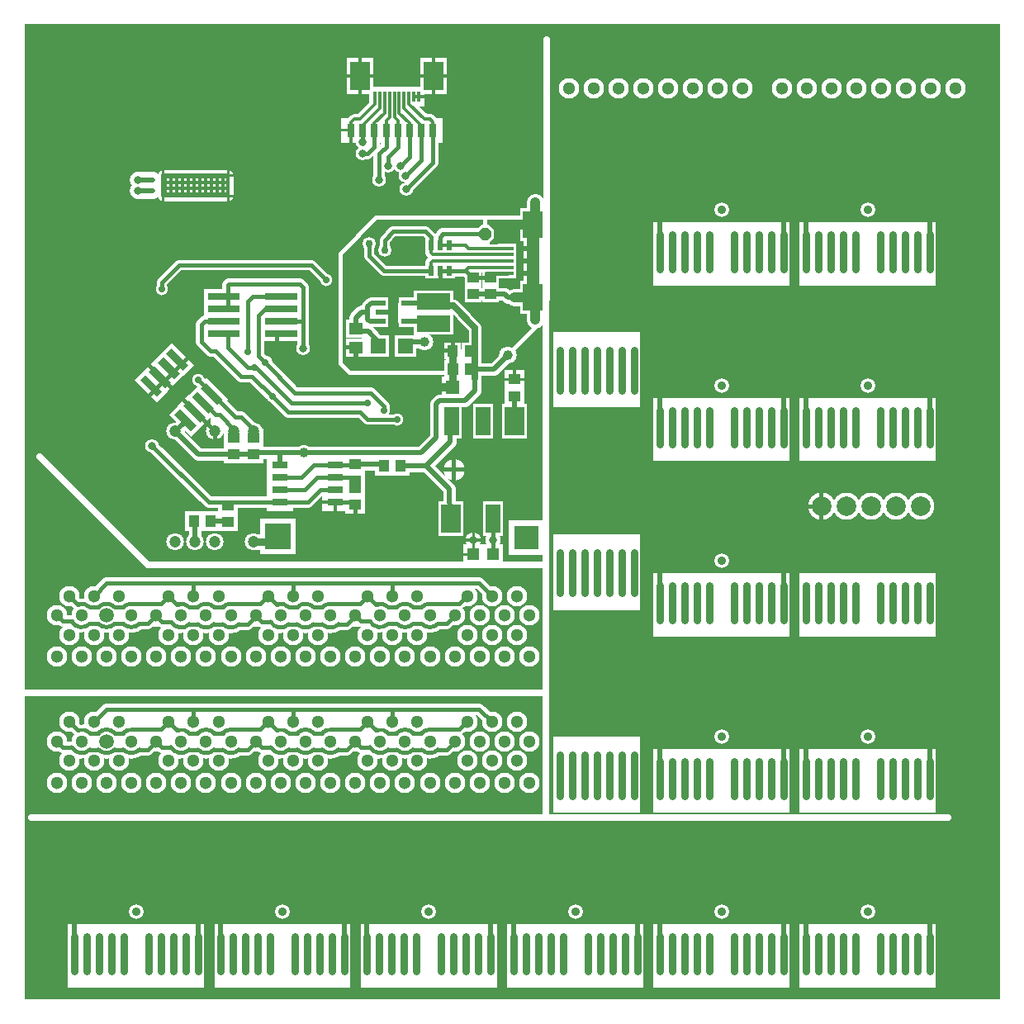
<source format=gbr>
%FSLAX34Y34*%
%MOMM*%
%LNCOPPER_BOTTOM*%
G71*
G01*
%ADD10C, 2.100*%
%ADD11C, 2.300*%
%ADD12C, 1.200*%
%ADD13R, 1.590X1.200*%
%ADD14C, 1.150*%
%ADD15R, 4.100X2.300*%
%ADD16C, 1.400*%
%ADD17C, 0.500*%
%ADD18R, 2.200X2.200*%
%ADD19R, 2.000X1.900*%
%ADD20C, 1.800*%
%ADD21C, 1.500*%
%ADD22C, 1.300*%
%ADD23R, 2.800X1.870*%
%ADD24R, 1.900X2.000*%
%ADD25R, 1.950X1.000*%
%ADD26R, 2.600X3.350*%
%ADD27C, 1.350*%
%ADD28C, 1.850*%
%ADD29C, 0.900*%
%ADD30R, 1.800X1.700*%
%ADD31C, 1.300*%
%ADD32C, 0.400*%
%ADD33C, 1.350*%
%ADD34C, 1.600*%
%ADD35C, 1.700*%
%ADD36C, 1.400*%
%ADD37R, 3.200X1.600*%
%ADD38R, 1.700X1.800*%
%ADD39R, 1.300X2.000*%
%ADD40R, 4.100X1.600*%
%ADD41R, 3.100X1.600*%
%ADD42C, 0.700*%
%ADD43R, 1.200X1.590*%
%ADD44C, 2.200*%
%ADD45R, 2.100X3.600*%
%ADD46R, 2.600X3.600*%
%ADD47R, 2.000X2.600*%
%ADD48C, 1.100*%
%ADD49C, 1.000*%
%ADD50C, 1.800*%
%ADD51R, 2.000X2.100*%
%ADD52C, 0.150*%
%ADD53C, 0.300*%
%ADD54C, 0.950*%
%ADD55C, 1.600*%
%ADD56C, 2.800*%
%ADD57C, 1.800*%
%ADD58R, 2.800X3.800*%
%ADD59C, 0.498*%
%ADD60C, 0.807*%
%ADD61C, 0.304*%
%ADD62C, 0.379*%
%ADD63C, 0.330*%
%ADD64C, 0.267*%
%ADD65C, 0.367*%
%ADD66C, 0.272*%
%ADD67C, 0.413*%
%ADD68C, 0.353*%
%ADD69C, 1.300*%
%ADD70C, 1.500*%
%ADD71R, 0.990X0.600*%
%ADD72C, 0.550*%
%ADD73R, 3.500X1.700*%
%ADD74C, 0.800*%
%ADD75R, 1.600X1.600*%
%ADD76R, 1.400X1.300*%
%ADD77C, 1.000*%
%ADD78R, 1.400X1.400*%
%ADD79C, 0.700*%
%ADD80R, 1.600X0.670*%
%ADD81R, 1.200X1.100*%
%ADD82R, 1.100X1.200*%
%ADD83C, 0.500*%
%ADD84R, 1.350X0.400*%
%ADD85R, 2.000X2.750*%
%ADD86C, 0.750*%
%ADD87C, 1.250*%
%ADD88C, 0.350*%
%ADD89C, 0.800*%
%ADD90C, 0.280*%
%ADD91C, 5.000*%
%ADD92R, 2.400X0.800*%
%ADD93R, 0.300X1.000*%
%ADD94R, 3.300X0.800*%
%ADD95R, 2.300X0.800*%
%ADD96C, 0.900*%
%ADD97C, 0.750*%
%ADD98R, 0.600X0.990*%
%ADD99R, 1.500X3.000*%
%ADD100R, 2.000X3.000*%
%ADD101R, 0.800X1.400*%
%ADD102C, 1.200*%
%ADD103R, 1.200X1.300*%
%ADD104C, 2.000*%
%LPD*%
G36*
X0Y1000000D02*
X1000000Y1000000D01*
X1000000Y0D01*
X0Y0D01*
X0Y1000000D01*
G37*
%LPC*%
X33190Y351579D02*
G54D10*
D03*
X58690Y351579D02*
G54D10*
D03*
X84190Y351579D02*
G54D10*
D03*
X109690Y351579D02*
G54D10*
D03*
X135190Y351579D02*
G54D10*
D03*
X160690Y351579D02*
G54D10*
D03*
X186190Y351579D02*
G54D10*
D03*
X211690Y351579D02*
G54D10*
D03*
X237190Y351579D02*
G54D10*
D03*
X262690Y351579D02*
G54D10*
D03*
X288190Y351579D02*
G54D10*
D03*
X313690Y351579D02*
G54D10*
D03*
X339190Y351579D02*
G54D10*
D03*
X364690Y351579D02*
G54D10*
D03*
X390190Y351579D02*
G54D10*
D03*
X415690Y351579D02*
G54D10*
D03*
X441190Y351579D02*
G54D10*
D03*
X466690Y351579D02*
G54D10*
D03*
X492190Y351579D02*
G54D10*
D03*
X517690Y351579D02*
G54D10*
D03*
X33190Y393856D02*
G54D10*
D03*
X58690Y393854D02*
G54D10*
D03*
X84191Y393856D02*
G54D11*
D03*
X109690Y393854D02*
G54D10*
D03*
X135190Y393854D02*
G54D10*
D03*
X160690Y393854D02*
G54D10*
D03*
X186190Y393854D02*
G54D10*
D03*
X211690Y393854D02*
G54D10*
D03*
X237190Y393854D02*
G54D10*
D03*
X262690Y393854D02*
G54D10*
D03*
X288190Y393854D02*
G54D10*
D03*
X313690Y393854D02*
G54D10*
D03*
X339190Y393854D02*
G54D10*
D03*
X364690Y393854D02*
G54D10*
D03*
X390190Y393854D02*
G54D10*
D03*
X415690Y393854D02*
G54D10*
D03*
X441190Y393854D02*
G54D10*
D03*
X466690Y393854D02*
G54D10*
D03*
X492190Y393854D02*
G54D10*
D03*
X517690Y393854D02*
G54D10*
D03*
X45940Y373854D02*
G54D10*
D03*
X71440Y373854D02*
G54D10*
D03*
X96940Y373854D02*
G54D10*
D03*
X147940Y373854D02*
G54D10*
D03*
X173440Y373854D02*
G54D10*
D03*
X198940Y373854D02*
G54D10*
D03*
X249940Y373854D02*
G54D10*
D03*
X275440Y373854D02*
G54D10*
D03*
X300940Y373854D02*
G54D10*
D03*
X351940Y373854D02*
G54D10*
D03*
X377440Y373854D02*
G54D10*
D03*
X402940Y373854D02*
G54D10*
D03*
X453940Y373854D02*
G54D10*
D03*
X479440Y373854D02*
G54D10*
D03*
X504940Y373854D02*
G54D10*
D03*
X45940Y413856D02*
G54D10*
D03*
X71440Y413856D02*
G54D10*
D03*
X96940Y413854D02*
G54D10*
D03*
X147940Y413854D02*
G54D10*
D03*
X173440Y413854D02*
G54D10*
D03*
X198940Y413854D02*
G54D10*
D03*
X249940Y413854D02*
G54D10*
D03*
X275440Y413854D02*
G54D10*
D03*
X300940Y413854D02*
G54D10*
D03*
X351940Y413854D02*
G54D10*
D03*
X377440Y413854D02*
G54D10*
D03*
X402940Y413854D02*
G54D10*
D03*
X453940Y413854D02*
G54D10*
D03*
X479440Y413854D02*
G54D10*
D03*
X504940Y413854D02*
G54D10*
D03*
G54D12*
X173440Y411854D02*
X173440Y426982D01*
G54D12*
X275440Y411854D02*
X275440Y426982D01*
G54D12*
X377440Y411854D02*
X377440Y426982D01*
G54D12*
X479440Y413854D02*
X466312Y426982D01*
X84567Y426982D01*
X71440Y413856D01*
X365532Y695130D02*
G54D13*
D03*
X365534Y704535D02*
G54D13*
D03*
X365532Y714130D02*
G54D13*
D03*
X391431Y714130D02*
G54D13*
D03*
X391432Y695130D02*
G54D13*
D03*
G54D14*
X365532Y695130D02*
X354271Y695130D01*
X352132Y697269D01*
X352132Y710366D01*
X355897Y714130D01*
X365532Y714130D01*
X419603Y692662D02*
G54D15*
D03*
X419603Y715662D02*
G54D15*
D03*
G54D14*
X391431Y714130D02*
X427471Y714130D01*
G54D14*
X391432Y695130D02*
X427708Y695130D01*
G54D16*
X439325Y633932D02*
X439329Y665424D01*
G36*
X385952Y713309D02*
X385952Y694259D01*
X435165Y692274D01*
X438138Y705231D01*
X434371Y717277D01*
X385952Y713309D01*
G37*
G54D17*
X385952Y713309D02*
X385952Y694259D01*
X435165Y692274D01*
X438138Y705231D01*
X434371Y717277D01*
X385952Y713309D01*
X390671Y670333D02*
G54D18*
D03*
X362671Y670333D02*
G54D18*
D03*
X339758Y668825D02*
G54D19*
D03*
X339760Y687830D02*
G54D19*
D03*
X409941Y674024D02*
G54D20*
D03*
X439325Y627582D02*
G54D18*
D03*
X495397Y660669D02*
G54D20*
D03*
X236129Y648478D02*
G54D21*
D03*
X246390Y653028D02*
G54D21*
D03*
X254362Y618068D02*
G54D22*
D03*
G36*
X496734Y455877D02*
X496734Y491877D01*
X532734Y491877D01*
X532734Y455877D01*
X496734Y455877D01*
G37*
X229382Y664121D02*
G54D21*
D03*
G36*
X277900Y492829D02*
X277900Y456829D01*
X241900Y456829D01*
X241900Y492829D01*
X277900Y492829D01*
G37*
X318988Y548173D02*
G54D23*
D03*
X318988Y535473D02*
G54D23*
D03*
X318988Y522772D02*
G54D23*
D03*
X318987Y510072D02*
G54D23*
D03*
X261988Y510072D02*
G54D23*
D03*
X261988Y522772D02*
G54D23*
D03*
X261988Y535472D02*
G54D23*
D03*
X261988Y548172D02*
G54D23*
D03*
X339456Y524757D02*
G54D19*
D03*
X339456Y507757D02*
G54D19*
D03*
X339456Y548901D02*
G54D19*
D03*
X339456Y531901D02*
G54D19*
D03*
X368575Y547450D02*
G54D24*
D03*
X385575Y547450D02*
G54D24*
D03*
G36*
X112971Y635125D02*
X124285Y646438D01*
X146911Y623808D01*
X135596Y612495D01*
X112971Y635125D01*
G37*
G36*
X121951Y644105D02*
X133265Y655418D01*
X155891Y632789D01*
X144577Y621476D01*
X121951Y644105D01*
G37*
G36*
X130931Y653086D02*
X142246Y664398D01*
X164871Y641768D01*
X153556Y630456D01*
X130931Y653086D01*
G37*
G36*
X139911Y662063D02*
X151224Y673378D01*
X173852Y650751D01*
X162539Y639437D01*
X139911Y662063D01*
G37*
G36*
X175266Y626709D02*
X186580Y638023D01*
X209207Y615395D01*
X197894Y604081D01*
X175266Y626709D01*
G37*
G36*
X166286Y617727D02*
X177599Y629042D01*
X200228Y606416D01*
X188915Y595101D01*
X166286Y617727D01*
G37*
G36*
X157306Y608747D02*
X168619Y620062D01*
X191247Y597435D01*
X179934Y586121D01*
X157306Y608747D01*
G37*
G36*
X148326Y599769D02*
X159640Y611082D01*
X182267Y588454D01*
X170953Y577141D01*
X148326Y599769D01*
G37*
X208894Y489969D02*
G54D19*
D03*
X208898Y506971D02*
G54D19*
D03*
X494671Y770338D02*
G54D25*
D03*
X494671Y763838D02*
G54D25*
D03*
X494671Y757338D02*
G54D25*
D03*
X494671Y750838D02*
G54D25*
D03*
X494671Y744338D02*
G54D25*
D03*
X521024Y719838D02*
G54D26*
D03*
X521024Y794838D02*
G54D26*
D03*
X353712Y775470D02*
G54D27*
D03*
G36*
X481452Y781164D02*
X476041Y775752D01*
X468363Y775752D01*
X462952Y781164D01*
X462952Y788842D01*
X468363Y794252D01*
X476041Y794252D01*
X481452Y788842D01*
X481452Y781164D01*
G37*
G54D28*
X521421Y794838D02*
X521421Y719838D01*
G54D29*
X494671Y750838D02*
X455469Y750838D01*
X452145Y747514D01*
X369082Y604028D02*
G54D22*
D03*
X351620Y611965D02*
G54D22*
D03*
X381909Y594502D02*
G54D22*
D03*
G54D14*
X416637Y747517D02*
X416637Y755564D01*
X418411Y757338D01*
X494671Y757338D01*
X477594Y723322D02*
G54D30*
D03*
X477594Y740322D02*
G54D30*
D03*
X459735Y723322D02*
G54D30*
D03*
X459735Y740322D02*
G54D30*
D03*
G54D31*
X459338Y723322D02*
X492511Y723322D01*
X495995Y719838D01*
X502345Y719838D01*
X369514Y768399D02*
G54D27*
D03*
G54D31*
X407162Y674024D02*
X388687Y674024D01*
G54D32*
X360350Y802068D02*
X323425Y765143D01*
X323425Y652462D01*
X332966Y642921D01*
X477053Y642921D01*
X529896Y695764D01*
X529896Y801195D01*
X529022Y802068D01*
X360350Y802068D01*
G54D31*
X361480Y666483D02*
X361480Y676320D01*
X352748Y685052D01*
X340157Y685052D01*
G54D33*
X340157Y686639D02*
X340157Y698927D01*
X345666Y704437D01*
X351619Y704437D01*
G54D12*
X215418Y582586D02*
X215418Y584170D01*
X199928Y599661D01*
X195667Y599661D01*
X183257Y612072D01*
G54D12*
X234468Y585361D02*
X222550Y597280D01*
X216009Y597280D01*
X192237Y621052D01*
X116344Y840566D02*
G54D34*
D03*
X116340Y829456D02*
G54D34*
D03*
G54D35*
X131312Y829457D02*
X116340Y829456D01*
G54D35*
X131316Y840566D02*
X116344Y840566D01*
X286262Y560768D02*
G54D34*
D03*
X173835Y490537D02*
G54D24*
D03*
X190837Y490534D02*
G54D24*
D03*
G54D31*
X174782Y469749D02*
X174782Y492126D01*
G54D31*
X190837Y490534D02*
X208335Y490534D01*
X372654Y854852D02*
G54D36*
D03*
X363838Y840481D02*
G54D36*
D03*
X385354Y854456D02*
G54D36*
D03*
X390527Y844534D02*
G54D36*
D03*
X391844Y831344D02*
G54D36*
D03*
X258903Y720638D02*
G54D37*
D03*
X258903Y707938D02*
G54D37*
D03*
X258903Y695238D02*
G54D37*
D03*
X258903Y682538D02*
G54D37*
D03*
X208902Y682538D02*
G54D37*
D03*
X208903Y695238D02*
G54D37*
D03*
X208903Y707938D02*
G54D37*
D03*
X208903Y720638D02*
G54D37*
D03*
G54D12*
X208903Y720638D02*
X208903Y707938D01*
G54D12*
X259696Y720638D02*
X234470Y720638D01*
X229382Y715549D01*
X229382Y664121D01*
G54D12*
X344476Y602043D02*
X270387Y602043D01*
X254362Y618068D01*
G54D12*
X351620Y611965D02*
X274229Y611965D01*
G36*
X185258Y695238D02*
X181757Y691737D01*
X181757Y674069D01*
X196295Y665293D01*
X222635Y638952D01*
X237300Y635130D01*
X238113Y666337D01*
X221048Y683402D01*
X185258Y695238D01*
G37*
G54D32*
X185258Y695238D02*
X181757Y691737D01*
X181757Y674069D01*
X196295Y665293D01*
X222635Y638952D01*
X237300Y635130D01*
X238113Y666337D01*
X221048Y683402D01*
X185258Y695238D01*
G36*
X209935Y733409D02*
X258902Y733409D01*
X258902Y695238D01*
X209935Y695238D01*
X209935Y733409D01*
G37*
G54D32*
X209935Y733409D02*
X258902Y733409D01*
X258902Y695238D01*
X209935Y695238D01*
X209935Y733409D01*
G54D31*
X459901Y646374D02*
X481102Y646374D01*
X495397Y660669D01*
G36*
X355291Y621787D02*
X369082Y604028D01*
X352016Y594502D01*
X344476Y602043D01*
X334356Y620696D01*
X355291Y621787D01*
G37*
G54D32*
X355291Y621787D02*
X369082Y604028D01*
X352016Y594502D01*
X344476Y602043D01*
X334356Y620696D01*
X355291Y621787D01*
X214778Y559234D02*
G54D19*
D03*
X214781Y576236D02*
G54D19*
D03*
X234778Y559234D02*
G54D19*
D03*
X234781Y576236D02*
G54D19*
D03*
G54D12*
X318988Y548173D02*
X338993Y548173D01*
X339456Y547710D01*
G54D12*
X318988Y535473D02*
X334693Y535473D01*
X339456Y530710D01*
G54D12*
X318988Y510072D02*
X335950Y510072D01*
X339456Y506566D01*
G36*
X430829Y655374D02*
X447829Y655374D01*
X447829Y637374D01*
X430829Y637374D01*
X430829Y655374D01*
G37*
X456329Y646374D02*
G54D38*
D03*
X359350Y925787D02*
G54D39*
D03*
X364350Y925787D02*
G54D39*
D03*
X369350Y925787D02*
G54D39*
D03*
X374350Y925787D02*
G54D39*
D03*
X379350Y925787D02*
G54D39*
D03*
X384350Y925787D02*
G54D39*
D03*
X389350Y925787D02*
G54D39*
D03*
X394350Y925787D02*
G54D39*
D03*
G54D12*
G75*
G01X92676Y402341D02*
G03X75705Y402341I-8485J-8485D01*
G01*
G54D12*
G75*
G01X109690Y405854D02*
G03X101204Y402339I0J-12000D01*
G01*
G54D12*
X92676Y402341D02*
X101204Y402339D01*
G54D12*
G75*
G01X67175Y402339D02*
G03X55584Y405445I-8485J-8485D01*
G01*
G54D12*
X67175Y402339D02*
X75706Y402341D01*
G54D12*
G75*
G01X75705Y385371D02*
G03X92676Y385371I8486J8485D01*
G01*
G54D12*
G75*
G01X101204Y385373D02*
G03X118175Y385373I8486J8485D01*
G01*
G54D12*
X92676Y385371D02*
X101204Y385373D01*
G54D12*
G75*
G01X48297Y387858D02*
G03X67175Y385373I10393J6000D01*
G01*
G54D12*
X67175Y385373D02*
X75706Y385371D01*
G54D12*
X55584Y405445D02*
X54351Y405445D01*
X45940Y413856D01*
G54D12*
X109690Y405854D02*
X139940Y405854D01*
X147940Y413854D01*
G54D12*
G75*
G01X194676Y402340D02*
G03X177705Y402340I-8486J-8486D01*
G01*
G54D12*
G75*
G01X211689Y405852D02*
G03X203204Y402338I0J-12000D01*
G01*
G54D12*
X194676Y402340D02*
X203204Y402338D01*
G54D12*
G75*
G01X169175Y402338D02*
G03X157583Y405444I-8486J-8486D01*
G01*
G54D12*
X169174Y402338D02*
X177705Y402340D01*
G54D12*
X157584Y405444D02*
X156351Y405444D01*
X147940Y413854D01*
G54D12*
X211689Y405852D02*
X241939Y405852D01*
X249940Y413853D01*
G54D12*
G75*
G01X296676Y402340D02*
G03X279705Y402340I-8486J-8486D01*
G01*
G54D12*
G75*
G01X313689Y405852D02*
G03X305204Y402338I0J-12000D01*
G01*
G54D12*
X296676Y402340D02*
X305204Y402338D01*
G54D12*
G75*
G01X271175Y402338D02*
G03X259583Y405444I-8486J-8486D01*
G01*
G54D12*
X271174Y402338D02*
X279705Y402340D01*
G54D12*
X259584Y405444D02*
X258351Y405444D01*
X249940Y413854D01*
G54D12*
X313689Y405852D02*
X343939Y405852D01*
X351940Y413853D01*
G54D12*
G75*
G01X398676Y402340D02*
G03X381705Y402340I-8486J-8486D01*
G01*
G54D12*
G75*
G01X415689Y405852D02*
G03X407204Y402338I0J-12000D01*
G01*
G54D12*
X398676Y402340D02*
X407204Y402338D01*
G54D12*
G75*
G01X373175Y402338D02*
G03X361583Y405444I-8486J-8486D01*
G01*
G54D12*
X373174Y402338D02*
X381705Y402340D01*
G54D12*
X361584Y405444D02*
X360351Y405444D01*
X351940Y413854D01*
G54D12*
X415689Y405852D02*
X445939Y405852D01*
X453940Y413853D01*
G54D12*
X118175Y385373D02*
X126708Y385373D01*
X135190Y393854D01*
G54D12*
X48298Y387858D02*
X39188Y387858D01*
X33190Y393856D01*
G54D12*
G75*
G01X177705Y384957D02*
G03X194676Y384957I8485J8485D01*
G01*
G54D12*
G75*
G01X203204Y384959D02*
G03X220175Y384959I8485J8485D01*
G01*
G54D12*
X194676Y384957D02*
X203204Y384959D01*
G54D12*
G75*
G01X150297Y387444D02*
G03X169175Y384959I10392J6000D01*
G01*
G54D12*
X169174Y384959D02*
X177705Y384957D01*
G54D12*
X220174Y384959D02*
X228708Y384959D01*
X237189Y393440D01*
G54D12*
X150297Y387444D02*
X141188Y387444D01*
X135190Y393442D01*
G54D12*
G75*
G01X279705Y384957D02*
G03X296676Y384957I8485J8485D01*
G01*
G54D12*
G75*
G01X305204Y384959D02*
G03X322175Y384959I8485J8485D01*
G01*
G54D12*
X296676Y384957D02*
X305204Y384959D01*
G54D12*
G75*
G01X252297Y387444D02*
G03X271175Y384959I10392J6000D01*
G01*
G54D12*
X271174Y384959D02*
X279705Y384957D01*
G54D12*
X322174Y384959D02*
X330708Y384959D01*
X339189Y393440D01*
G54D12*
X252297Y387444D02*
X243188Y387444D01*
X237190Y393442D01*
G54D12*
G75*
G01X381705Y385371D02*
G03X398676Y385371I8486J8485D01*
G01*
G54D12*
G75*
G01X407204Y385373D02*
G03X424175Y385373I8486J8485D01*
G01*
G54D12*
X398676Y385371D02*
X407204Y385373D01*
G54D12*
G75*
G01X354297Y387858D02*
G03X373175Y385373I10393J6000D01*
G01*
G54D12*
X373175Y385373D02*
X381706Y385371D01*
G54D12*
X424175Y385373D02*
X432708Y385373D01*
X441190Y393854D01*
G54D12*
X354297Y387858D02*
X345188Y387858D01*
X339190Y393856D01*
X263665Y720638D02*
G54D40*
D03*
X208903Y720638D02*
G54D41*
D03*
X263665Y707938D02*
G54D40*
D03*
X263665Y695238D02*
G54D40*
D03*
X263665Y682538D02*
G54D40*
D03*
X204140Y682538D02*
G54D40*
D03*
X204140Y695238D02*
G54D40*
D03*
X204140Y707938D02*
G54D40*
D03*
X204140Y720638D02*
G54D40*
D03*
G54D12*
X208903Y720638D02*
X208903Y732377D01*
X209935Y733409D01*
X282563Y733409D01*
X286135Y729837D01*
X286135Y696499D01*
X33190Y222580D02*
G54D10*
D03*
X58690Y222580D02*
G54D10*
D03*
X84190Y222580D02*
G54D10*
D03*
X109690Y222580D02*
G54D10*
D03*
X135190Y222580D02*
G54D10*
D03*
X160690Y222580D02*
G54D10*
D03*
X186190Y222580D02*
G54D10*
D03*
X211690Y222580D02*
G54D10*
D03*
X237190Y222580D02*
G54D10*
D03*
X262690Y222580D02*
G54D10*
D03*
X288190Y222580D02*
G54D10*
D03*
X313690Y222580D02*
G54D10*
D03*
X339190Y222580D02*
G54D10*
D03*
X364690Y222580D02*
G54D10*
D03*
X390190Y222580D02*
G54D10*
D03*
X415690Y222580D02*
G54D10*
D03*
X441190Y222579D02*
G54D10*
D03*
X466690Y222580D02*
G54D10*
D03*
X492190Y222580D02*
G54D10*
D03*
X517690Y222580D02*
G54D10*
D03*
X33190Y264856D02*
G54D10*
D03*
X58690Y264854D02*
G54D10*
D03*
X84191Y264856D02*
G54D11*
D03*
X109690Y264854D02*
G54D10*
D03*
X135190Y264854D02*
G54D10*
D03*
X160690Y264854D02*
G54D10*
D03*
X186190Y264854D02*
G54D10*
D03*
X211690Y264854D02*
G54D10*
D03*
X237190Y264854D02*
G54D10*
D03*
X262690Y264854D02*
G54D10*
D03*
X288190Y264854D02*
G54D10*
D03*
X313690Y264854D02*
G54D10*
D03*
X339190Y264854D02*
G54D10*
D03*
X364690Y264854D02*
G54D10*
D03*
X390190Y264854D02*
G54D10*
D03*
X415690Y264854D02*
G54D10*
D03*
X441190Y264854D02*
G54D10*
D03*
X466690Y264854D02*
G54D10*
D03*
X492190Y264854D02*
G54D10*
D03*
X517690Y264854D02*
G54D10*
D03*
X45940Y244854D02*
G54D10*
D03*
X71440Y244854D02*
G54D10*
D03*
X96940Y244854D02*
G54D10*
D03*
X147940Y244854D02*
G54D10*
D03*
X173440Y244854D02*
G54D10*
D03*
X198940Y244854D02*
G54D10*
D03*
X249940Y244854D02*
G54D10*
D03*
X275440Y244854D02*
G54D10*
D03*
X300940Y244854D02*
G54D10*
D03*
X351940Y244854D02*
G54D10*
D03*
X377440Y244854D02*
G54D10*
D03*
X402940Y244854D02*
G54D10*
D03*
X453940Y244854D02*
G54D10*
D03*
X479440Y244854D02*
G54D10*
D03*
X504940Y244854D02*
G54D10*
D03*
X45940Y284856D02*
G54D10*
D03*
X71440Y284856D02*
G54D10*
D03*
X96940Y284854D02*
G54D10*
D03*
X147940Y284854D02*
G54D10*
D03*
X173440Y284854D02*
G54D10*
D03*
X198940Y284854D02*
G54D10*
D03*
X249940Y284854D02*
G54D10*
D03*
X275440Y284854D02*
G54D10*
D03*
X300940Y284854D02*
G54D10*
D03*
X351940Y284854D02*
G54D10*
D03*
X377440Y284854D02*
G54D10*
D03*
X402940Y284854D02*
G54D10*
D03*
X453940Y284854D02*
G54D10*
D03*
X479440Y284854D02*
G54D10*
D03*
X504940Y284854D02*
G54D10*
D03*
G54D12*
G75*
G01X92676Y273341D02*
G03X75705Y273341I-8485J-8485D01*
G01*
G54D12*
G75*
G01X109690Y276854D02*
G03X101204Y273339I0J-12000D01*
G01*
G54D12*
X92676Y273341D02*
X101204Y273339D01*
G54D12*
G75*
G01X67175Y273339D02*
G03X55584Y276445I-8485J-8485D01*
G01*
G54D12*
X67175Y273339D02*
X75706Y273341D01*
G54D12*
G75*
G01X75705Y256371D02*
G03X92676Y256371I8486J8485D01*
G01*
G54D12*
G75*
G01X101204Y256373D02*
G03X118175Y256373I8486J8485D01*
G01*
G54D12*
X92676Y256371D02*
X101204Y256373D01*
G54D12*
G75*
G01X48297Y258858D02*
G03X67175Y256373I10393J6000D01*
G01*
G54D12*
X67175Y256373D02*
X75706Y256371D01*
G54D12*
X55584Y276445D02*
X54351Y276445D01*
X45940Y284856D01*
G54D12*
X109690Y276854D02*
X139940Y276854D01*
X147940Y284854D01*
G54D12*
G75*
G01X194676Y273340D02*
G03X177705Y273340I-8486J-8486D01*
G01*
G54D12*
G75*
G01X211689Y276852D02*
G03X203204Y273338I0J-12000D01*
G01*
G54D12*
X194676Y273340D02*
X203204Y273338D01*
G54D12*
G75*
G01X169175Y273338D02*
G03X157583Y276444I-8486J-8486D01*
G01*
G54D12*
X169174Y273338D02*
X177705Y273340D01*
G54D12*
X157584Y276444D02*
X156351Y276444D01*
X147940Y284854D01*
G54D12*
X211689Y276852D02*
X241939Y276852D01*
X249940Y284853D01*
G54D12*
G75*
G01X296676Y273340D02*
G03X279705Y273340I-8486J-8486D01*
G01*
G54D12*
G75*
G01X313689Y276852D02*
G03X305204Y273338I0J-12000D01*
G01*
G54D12*
X296676Y273340D02*
X305204Y273338D01*
G54D12*
G75*
G01X271175Y273338D02*
G03X259583Y276444I-8486J-8486D01*
G01*
G54D12*
X271174Y273338D02*
X279705Y273340D01*
G54D12*
X259584Y276444D02*
X258351Y276444D01*
X249940Y284854D01*
G54D12*
X313689Y276852D02*
X343939Y276852D01*
X351940Y284853D01*
G54D12*
G75*
G01X398676Y273340D02*
G03X381705Y273340I-8486J-8486D01*
G01*
G54D12*
G75*
G01X415689Y276852D02*
G03X407204Y273338I0J-12000D01*
G01*
G54D12*
X398676Y273340D02*
X407204Y273338D01*
G54D12*
G75*
G01X373175Y273338D02*
G03X361583Y276444I-8486J-8486D01*
G01*
G54D12*
X373174Y273338D02*
X381705Y273340D01*
G54D12*
X361584Y276444D02*
X360351Y276444D01*
X351940Y284854D01*
G54D12*
X415689Y276852D02*
X445939Y276852D01*
X453940Y284853D01*
G54D12*
X118175Y256373D02*
X126708Y256373D01*
X135190Y264854D01*
G54D12*
X48298Y258858D02*
X39188Y258858D01*
X33190Y264856D01*
G54D12*
G75*
G01X177705Y256369D02*
G03X194676Y256369I8485J8485D01*
G01*
G54D12*
G75*
G01X203204Y256371D02*
G03X220175Y256371I8485J8485D01*
G01*
G54D12*
X194676Y256369D02*
X203204Y256371D01*
G54D12*
G75*
G01X150297Y258856D02*
G03X169175Y256371I10392J6000D01*
G01*
G54D12*
X169174Y256371D02*
X177705Y256369D01*
G54D12*
X220174Y256371D02*
X228708Y256371D01*
X237189Y264853D01*
G54D12*
X150297Y258856D02*
X141188Y258856D01*
X135190Y264854D01*
G54D12*
G75*
G01X279705Y256369D02*
G03X296676Y256369I8485J8485D01*
G01*
G54D12*
G75*
G01X305204Y256371D02*
G03X322175Y256371I8485J8485D01*
G01*
G54D12*
X296676Y256369D02*
X305204Y256371D01*
G54D12*
G75*
G01X252297Y258856D02*
G03X271175Y256371I10392J6000D01*
G01*
G54D12*
X271174Y256371D02*
X279705Y256369D01*
G54D12*
X322174Y256371D02*
X330708Y256371D01*
X339189Y264853D01*
G54D12*
X252297Y258856D02*
X243188Y258856D01*
X237190Y264854D01*
G54D12*
G75*
G01X381705Y256369D02*
G03X398676Y256369I8485J8485D01*
G01*
G54D12*
G75*
G01X407204Y256371D02*
G03X424175Y256371I8485J8485D01*
G01*
G54D12*
X398676Y256369D02*
X407204Y256371D01*
G54D12*
G75*
G01X354297Y258856D02*
G03X373175Y256371I10392J6000D01*
G01*
G54D12*
X373174Y256371D02*
X381705Y256369D01*
G54D12*
X424174Y256371D02*
X432708Y256371D01*
X441189Y264853D01*
G54D12*
X354297Y258856D02*
X345188Y258856D01*
X339190Y264854D01*
X714727Y89877D02*
G54D21*
D03*
X264727Y89877D02*
G54D21*
D03*
X414727Y89877D02*
G54D21*
D03*
X864727Y89877D02*
G54D21*
D03*
X114727Y89877D02*
G54D21*
D03*
X564728Y89877D02*
G54D21*
D03*
G36*
X44822Y12059D02*
X44822Y77059D01*
X184272Y77059D01*
X184272Y12059D01*
X44822Y12059D01*
G37*
G36*
X194822Y12059D02*
X194822Y77059D01*
X334272Y77059D01*
X334272Y12059D01*
X194822Y12059D01*
G37*
G36*
X344822Y12059D02*
X344822Y77059D01*
X484272Y77059D01*
X484272Y12059D01*
X344822Y12059D01*
G37*
G36*
X494822Y12059D02*
X494822Y77059D01*
X634272Y77059D01*
X634272Y12059D01*
X494822Y12059D01*
G37*
G36*
X644822Y12059D02*
X644822Y77059D01*
X784272Y77059D01*
X784272Y12059D01*
X644822Y12059D01*
G37*
G36*
X794822Y12059D02*
X794822Y77059D01*
X934272Y77059D01*
X934272Y12059D01*
X794822Y12059D01*
G37*
X864727Y269877D02*
G54D21*
D03*
X714727Y269876D02*
G54D21*
D03*
G36*
X794822Y192059D02*
X794822Y257059D01*
X934272Y257059D01*
X934272Y192059D01*
X794822Y192059D01*
G37*
G36*
X644822Y192059D02*
X644822Y257059D01*
X784272Y257059D01*
X784272Y192059D01*
X644822Y192059D01*
G37*
X714727Y449877D02*
G54D21*
D03*
G36*
X644822Y372059D02*
X644822Y437059D01*
X784272Y437059D01*
X784272Y372059D01*
X644822Y372059D01*
G37*
X864727Y629877D02*
G54D21*
D03*
X714727Y629877D02*
G54D21*
D03*
G36*
X794822Y552059D02*
X794822Y617059D01*
X934272Y617059D01*
X934272Y552059D01*
X794822Y552059D01*
G37*
G36*
X644822Y552059D02*
X644822Y617059D01*
X784272Y617059D01*
X784272Y552059D01*
X644822Y552059D01*
G37*
G36*
X542474Y191884D02*
X542475Y269584D01*
X631124Y269584D01*
X631125Y191884D01*
X542474Y191884D01*
G37*
X864727Y809877D02*
G54D21*
D03*
G36*
X794822Y732059D02*
X794822Y797059D01*
X934272Y797059D01*
X934272Y732059D01*
X794822Y732059D01*
G37*
X714728Y809877D02*
G54D21*
D03*
G36*
X644822Y732059D02*
X644822Y797059D01*
X784272Y797059D01*
X784272Y732059D01*
X644822Y732059D01*
G37*
G54D31*
X163397Y594112D02*
X163397Y591202D01*
X154781Y582586D01*
G54D42*
X-3187Y314721D02*
X534579Y314721D01*
G54D42*
X7132Y186515D02*
X946554Y186515D01*
G54D42*
X534607Y445643D02*
X534607Y189043D01*
G54D31*
X462060Y636857D02*
X462060Y688929D01*
X439613Y711376D01*
X416493Y711376D01*
X435637Y773416D02*
G54D43*
D03*
X426232Y773414D02*
G54D43*
D03*
X416637Y773416D02*
G54D43*
D03*
X416637Y747517D02*
G54D43*
D03*
X435638Y747516D02*
G54D43*
D03*
X426232Y747514D02*
G54D43*
D03*
G54D14*
X416637Y773416D02*
X416637Y765611D01*
X418410Y763838D01*
X494671Y763838D01*
G54D12*
X426232Y773414D02*
X426232Y782225D01*
X427026Y783018D01*
G54D12*
X440916Y785002D02*
X472202Y785002D01*
G36*
X474424Y785002D02*
X436551Y785002D01*
X436551Y769524D01*
X474424Y769524D01*
X474424Y785002D01*
G37*
G54D32*
X474424Y785002D02*
X436551Y785002D01*
X436551Y769524D01*
X474424Y769524D01*
X474424Y785002D01*
G54D12*
X440916Y785002D02*
X429010Y785002D01*
X427026Y783018D01*
G54D12*
X426232Y747514D02*
X452145Y747514D01*
X459338Y740322D01*
G36*
X542474Y399530D02*
X542475Y477230D01*
X631124Y477230D01*
X631125Y399530D01*
X542474Y399530D01*
G37*
X440246Y543482D02*
G54D44*
D03*
X480246Y493438D02*
G54D45*
D03*
X437040Y493438D02*
G54D46*
D03*
X502246Y593438D02*
G54D46*
D03*
X470246Y593438D02*
G54D45*
D03*
X438230Y593438D02*
G54D45*
D03*
G36*
X439329Y665424D02*
X456329Y665424D01*
X462348Y646890D01*
X462060Y624774D01*
X451632Y614346D01*
X439325Y627582D01*
X439329Y665424D01*
G37*
G54D32*
X439329Y665424D02*
X456329Y665424D01*
X462348Y646890D01*
X462060Y624774D01*
X451632Y614346D01*
X439325Y627582D01*
X439329Y665424D01*
G54D12*
X480246Y456639D02*
X480246Y493438D01*
G54D12*
X246390Y653028D02*
X277631Y621787D01*
X355291Y621787D01*
X369082Y607996D01*
X369082Y604028D01*
G36*
X454410Y426228D02*
X454410Y414324D01*
X453940Y413854D01*
X453940Y413441D01*
X445939Y405440D01*
X445939Y398604D01*
X441190Y393854D01*
X441190Y393441D01*
X432708Y384959D01*
X67586Y384959D01*
X58690Y393854D01*
X58690Y399105D01*
X86568Y426982D01*
X454410Y426228D01*
G37*
G54D32*
X454410Y426228D02*
X454410Y414324D01*
X453940Y413854D01*
X453940Y413441D01*
X445939Y405440D01*
X445939Y398604D01*
X441190Y393854D01*
X441190Y393441D01*
X432708Y384959D01*
X67586Y384959D01*
X58690Y393854D01*
X58690Y399105D01*
X86568Y426982D01*
X454410Y426228D01*
G36*
X454410Y299228D02*
X454410Y287324D01*
X453940Y286854D01*
X453940Y286441D01*
X445939Y278440D01*
X445939Y271604D01*
X441190Y266854D01*
X441190Y266441D01*
X432708Y257959D01*
X67586Y257959D01*
X58690Y266854D01*
X58690Y272104D01*
X86568Y299982D01*
X454410Y299228D01*
G37*
G54D32*
X454410Y299228D02*
X454410Y287324D01*
X453940Y286854D01*
X453940Y286441D01*
X445939Y278440D01*
X445939Y271604D01*
X441190Y266854D01*
X441190Y266441D01*
X432708Y257959D01*
X67586Y257959D01*
X58690Y266854D01*
X58690Y272104D01*
X86568Y299982D01*
X454410Y299228D01*
X502246Y618838D02*
G54D19*
D03*
X502246Y635838D02*
G54D19*
D03*
X334850Y891359D02*
G54D47*
D03*
X346850Y879056D02*
G54D36*
D03*
X286135Y667798D02*
G54D36*
D03*
G54D12*
X263665Y695238D02*
X285667Y695238D01*
G54D12*
X286135Y696499D02*
X286135Y667798D01*
G54D31*
X462060Y636857D02*
X462060Y624774D01*
X451632Y614346D01*
X425041Y614346D01*
X421866Y611171D01*
G54D31*
X421866Y611171D02*
X421866Y576246D01*
X406388Y560768D01*
X286262Y560768D01*
X236312Y560768D01*
X234778Y559234D01*
G54D31*
X339456Y548901D02*
X367124Y548901D01*
X368575Y547450D01*
G54D31*
X385575Y547450D02*
X411724Y547450D01*
X436246Y571973D01*
X436246Y593438D01*
G54D31*
X436246Y493438D02*
X435849Y523325D01*
X411724Y547450D01*
G36*
X436246Y571973D02*
X438230Y593438D01*
X421562Y592610D01*
X421866Y576246D01*
X406388Y560768D01*
X344179Y559974D01*
X339456Y548901D01*
X413174Y548901D01*
X436246Y571973D01*
G37*
G54D17*
X436246Y571973D02*
X438230Y593438D01*
X421562Y592610D01*
X421866Y576246D01*
X406388Y560768D01*
X344179Y559974D01*
X339456Y548901D01*
X413174Y548901D01*
X436246Y571973D01*
G54D12*
X173440Y282854D02*
X173440Y297982D01*
G54D12*
X275440Y282854D02*
X275440Y297982D01*
G54D12*
X377440Y282854D02*
X377440Y297982D01*
G54D12*
X479440Y284854D02*
X466312Y297982D01*
X84567Y297982D01*
X71440Y284856D01*
G54D42*
X15385Y556878D02*
X126619Y445643D01*
X534607Y445643D01*
X535400Y984202D01*
X439329Y665424D02*
G54D38*
D03*
X456329Y665424D02*
G54D38*
D03*
X418850Y891359D02*
G54D47*
D03*
X406850Y891359D02*
G54D47*
D03*
X394850Y891359D02*
G54D47*
D03*
X382850Y891359D02*
G54D47*
D03*
X370850Y891359D02*
G54D47*
D03*
X358850Y891359D02*
G54D47*
D03*
X346850Y891359D02*
G54D47*
D03*
G54D48*
X394850Y891359D02*
X394850Y898287D01*
X384350Y908787D01*
X384350Y925787D01*
G54D48*
X406850Y891359D02*
X406850Y896287D01*
X389350Y913787D01*
X389350Y925787D01*
G54D48*
X394350Y925787D02*
X394350Y918287D01*
X409850Y902787D01*
X415850Y902787D01*
X418850Y899787D01*
X418850Y891359D01*
G54D48*
X358850Y891359D02*
X358850Y898287D01*
X369350Y908787D01*
X369350Y925787D01*
G54D48*
X346850Y891359D02*
X346850Y896287D01*
X364350Y913787D01*
X364350Y925787D01*
G54D48*
X359350Y925787D02*
X359350Y918287D01*
X343850Y902787D01*
X337850Y902787D01*
X334850Y899787D01*
X334850Y891359D01*
G54D48*
X379350Y925787D02*
X379350Y904787D01*
X382850Y901287D01*
X382850Y891359D01*
G54D48*
X374350Y925787D02*
X374350Y904787D01*
X370850Y901287D01*
X370850Y891359D01*
G36*
X141493Y845583D02*
X141489Y824439D01*
X208882Y824439D01*
X208886Y845583D01*
X141493Y845583D01*
G37*
G54D48*
X141493Y845583D02*
X141489Y824439D01*
X208882Y824439D01*
X208886Y845583D01*
X141493Y845583D01*
G36*
X542474Y607174D02*
X542475Y684874D01*
X631124Y684874D01*
X631125Y607174D01*
X542474Y607174D01*
G37*
X309015Y737908D02*
G54D22*
D03*
X141058Y728700D02*
G54D22*
D03*
G54D49*
X141058Y728700D02*
X141058Y735566D01*
X158341Y752850D01*
X294072Y752850D01*
X309015Y737908D01*
G54D49*
X416637Y747517D02*
X368799Y747517D01*
X353712Y762604D01*
X353712Y775470D01*
G54D49*
X416637Y773416D02*
X416637Y781500D01*
X410754Y787384D01*
X378210Y787384D01*
X369514Y778687D01*
X369514Y768399D01*
G54D32*
X472202Y785002D02*
X472202Y801048D01*
G54D49*
X346850Y877468D02*
X346850Y891359D01*
X346850Y867149D02*
G54D36*
D03*
G54D12*
X258903Y707938D02*
X246376Y707938D01*
X239700Y701262D01*
X239700Y659718D01*
X246390Y653028D01*
G54D49*
X381909Y594502D02*
X352016Y594502D01*
X344476Y602043D01*
G54D12*
X358850Y891359D02*
X358850Y874387D01*
X351613Y867149D01*
X346850Y867149D01*
G54D12*
X370850Y891359D02*
X370850Y874480D01*
X365510Y869140D01*
G54D12*
X363838Y840481D02*
X363838Y867468D01*
X365510Y869140D01*
G54D12*
X382850Y891359D02*
X382850Y874574D01*
X374241Y865965D01*
G54D12*
X372654Y854852D02*
X372654Y864378D01*
X374241Y865965D01*
G54D12*
X394850Y891359D02*
X394850Y863952D01*
X385354Y854456D01*
G54D12*
X406850Y891359D02*
X406850Y860857D01*
X390527Y844534D01*
G54D12*
X418850Y891359D02*
X418850Y858350D01*
X391844Y831344D01*
G36*
X382850Y874574D02*
X372654Y864378D01*
X372654Y854852D01*
X385354Y854456D01*
X394850Y863952D01*
X394850Y891359D01*
X382850Y874574D01*
G37*
G54D32*
X382850Y874574D02*
X372654Y864378D01*
X372654Y854852D01*
X385354Y854456D01*
X394850Y863952D01*
X394850Y891359D01*
X382850Y874574D01*
X480246Y471086D02*
G54D34*
D03*
X460405Y471086D02*
G54D34*
D03*
X178046Y635242D02*
G54D22*
D03*
G36*
X232569Y582587D02*
X192882Y582588D01*
X192882Y600548D01*
X181357Y612073D01*
X190338Y621053D01*
X214110Y597281D01*
X220650Y597281D01*
X232569Y585362D01*
X232569Y582587D01*
G37*
G54D32*
X232569Y582587D02*
X192882Y582588D01*
X192882Y600548D01*
X181357Y612073D01*
X190338Y621053D01*
X214110Y597281D01*
X220650Y597281D01*
X232569Y585362D01*
X232569Y582587D01*
X154781Y582586D02*
G54D50*
D03*
X194781Y582586D02*
G54D50*
D03*
X214781Y582586D02*
G54D50*
D03*
X234781Y582586D02*
G54D50*
D03*
X154782Y469749D02*
G54D50*
D03*
X174782Y469749D02*
G54D50*
D03*
X194782Y469749D02*
G54D50*
D03*
X234782Y469749D02*
G54D50*
D03*
G54D31*
X234778Y559234D02*
X178133Y559234D01*
X154781Y582586D01*
G54D12*
X178046Y635242D02*
X192237Y621052D01*
X460405Y456482D02*
G54D51*
D03*
X480246Y456639D02*
G54D51*
D03*
G36*
X346420Y660066D02*
X365470Y660066D01*
X365470Y679116D01*
X346420Y679116D01*
X346420Y660066D01*
G37*
G54D52*
X346420Y660066D02*
X365470Y660066D01*
X365470Y679116D01*
X346420Y679116D01*
X346420Y660066D01*
G36*
X400832Y673481D02*
X412738Y673481D01*
X412738Y694912D01*
X400832Y694912D01*
X400832Y673481D01*
G37*
G54D53*
X400832Y673481D02*
X412738Y673481D01*
X412738Y694912D01*
X400832Y694912D01*
X400832Y673481D01*
X130957Y567912D02*
G54D36*
D03*
G54D54*
X494671Y770338D02*
X455469Y770338D01*
X452392Y773414D01*
X426232Y773414D01*
G54D12*
X261988Y510072D02*
X188796Y510072D01*
X130957Y567912D01*
G54D12*
X318988Y522772D02*
X303305Y522772D01*
X290605Y510072D01*
X261988Y510072D01*
G54D12*
X318988Y535473D02*
X300130Y535473D01*
X287430Y522772D01*
X261988Y522772D01*
G54D12*
X318988Y548173D02*
X296955Y548173D01*
X284255Y535473D01*
X261988Y535472D01*
G36*
X290605Y510072D02*
X261988Y510072D01*
X261988Y556862D01*
X265498Y560371D01*
X306789Y560371D01*
X318988Y548173D01*
X318988Y522772D01*
X303305Y522772D01*
X290605Y510072D01*
G37*
G54D32*
X290605Y510072D02*
X261988Y510072D01*
X261988Y556862D01*
X265498Y560371D01*
X306789Y560371D01*
X318988Y548173D01*
X318988Y522772D01*
X303305Y522772D01*
X290605Y510072D01*
G54D31*
X261988Y548172D02*
X261988Y560830D01*
G54D55*
X234782Y469749D02*
X254825Y469754D01*
X259900Y474829D01*
G36*
X794822Y372059D02*
X794822Y437059D01*
X934272Y437059D01*
X934272Y372059D01*
X794822Y372059D01*
G37*
X817088Y505732D02*
G54D56*
D03*
X842488Y505732D02*
G54D56*
D03*
X867888Y505732D02*
G54D56*
D03*
X893288Y505732D02*
G54D56*
D03*
X918688Y505732D02*
G54D56*
D03*
X558590Y934465D02*
G54D10*
D03*
X583990Y934465D02*
G54D10*
D03*
X609390Y934465D02*
G54D10*
D03*
X634790Y934465D02*
G54D10*
D03*
X660190Y934465D02*
G54D10*
D03*
X685590Y934465D02*
G54D10*
D03*
X710990Y934465D02*
G54D10*
D03*
X736390Y934465D02*
G54D10*
D03*
X776390Y934465D02*
G54D10*
D03*
X801790Y934465D02*
G54D10*
D03*
X827190Y934465D02*
G54D10*
D03*
X852590Y934465D02*
G54D10*
D03*
X877990Y934465D02*
G54D10*
D03*
X903390Y934465D02*
G54D10*
D03*
X928790Y934465D02*
G54D10*
D03*
X954190Y934465D02*
G54D10*
D03*
G54D12*
X197790Y695238D02*
X185258Y695238D01*
X181757Y691737D01*
X181757Y674069D01*
X190533Y665293D01*
G54D12*
X208902Y682538D02*
X208902Y668560D01*
X228985Y648478D01*
X237716Y648478D01*
X274229Y611965D01*
G54D12*
X190533Y665293D02*
X196295Y665293D01*
X222635Y638952D01*
X233478Y638952D01*
X254362Y618068D01*
G54D57*
X523524Y719838D02*
X523524Y696954D01*
G54D57*
X523524Y817721D02*
X523524Y794838D01*
G54D57*
X521024Y719838D02*
X502345Y719838D01*
X399350Y925787D02*
G54D39*
D03*
X404350Y925787D02*
G54D39*
D03*
X419751Y946821D02*
G54D58*
D03*
X343950Y946821D02*
G54D58*
D03*
%LPD*%
G54D59*
G36*
X339758Y666334D02*
X329258Y666334D01*
X329258Y671316D01*
X339758Y671316D01*
X339758Y666334D01*
G37*
G36*
X342250Y668825D02*
X342250Y658825D01*
X337266Y658825D01*
X337266Y668825D01*
X342250Y668825D01*
G37*
G54D60*
G36*
X439325Y623546D02*
X427825Y623546D01*
X427825Y631619D01*
X439325Y631619D01*
X439325Y623546D01*
G37*
G36*
X435289Y627582D02*
X435289Y639082D01*
X443362Y639082D01*
X443362Y627582D01*
X435289Y627582D01*
G37*
G54D61*
G36*
X320506Y510072D02*
X320506Y500222D01*
X317468Y500222D01*
X317468Y510072D01*
X320506Y510072D01*
G37*
G36*
X318987Y508554D02*
X304487Y508554D01*
X304487Y511590D01*
X318987Y511590D01*
X318987Y508554D01*
G37*
G36*
X318987Y511590D02*
X333487Y511590D01*
X333487Y508554D01*
X318987Y508554D01*
X318987Y511590D01*
G37*
G54D62*
G36*
X442139Y543482D02*
X442139Y531982D01*
X438353Y531982D01*
X438353Y543482D01*
X442139Y543482D01*
G37*
G36*
X440246Y541589D02*
X428746Y541589D01*
X428746Y545375D01*
X440246Y545375D01*
X440246Y541589D01*
G37*
G36*
X438353Y543482D02*
X438353Y554982D01*
X442139Y554982D01*
X442139Y543482D01*
X438353Y543482D01*
G37*
G36*
X440246Y545375D02*
X451746Y545375D01*
X451746Y541589D01*
X440246Y541589D01*
X440246Y545375D01*
G37*
G54D63*
G36*
X502246Y634188D02*
X491746Y634188D01*
X491746Y637488D01*
X502246Y637488D01*
X502246Y634188D01*
G37*
G36*
X500596Y635838D02*
X500596Y645838D01*
X503896Y645838D01*
X503896Y635838D01*
X500596Y635838D01*
G37*
G36*
X502246Y637488D02*
X512746Y637488D01*
X512746Y634188D01*
X502246Y634188D01*
X502246Y637488D01*
G37*
G54D64*
G36*
X336184Y891359D02*
X336184Y877859D01*
X333517Y877859D01*
X333516Y891359D01*
X336184Y891359D01*
G37*
G36*
X334850Y890026D02*
X324350Y890025D01*
X324350Y892692D01*
X334850Y892692D01*
X334850Y890026D01*
G37*
G54D65*
G36*
X437496Y665424D02*
X437496Y674924D01*
X441162Y674924D01*
X441162Y665424D01*
X437496Y665424D01*
G37*
G36*
X439329Y663590D02*
X430329Y663590D01*
X430329Y667258D01*
X439329Y667258D01*
X439329Y663590D01*
G37*
G54D64*
G36*
X459072Y471086D02*
X459072Y479586D01*
X461738Y479586D01*
X461738Y471086D01*
X459072Y471086D01*
G37*
G36*
X460405Y472420D02*
X468905Y472420D01*
X468905Y469753D01*
X460405Y469753D01*
X460405Y472420D01*
G37*
G36*
X461738Y471086D02*
X461738Y462586D01*
X459072Y462586D01*
X459072Y471086D01*
X461738Y471086D01*
G37*
G36*
X460405Y469753D02*
X451905Y469753D01*
X451905Y472420D01*
X460405Y472420D01*
X460405Y469753D01*
G37*
G54D66*
G36*
X460405Y455122D02*
X449905Y455122D01*
X449905Y457842D01*
X460405Y457842D01*
X460405Y455122D01*
G37*
G36*
X459045Y456482D02*
X459045Y467482D01*
X461765Y467482D01*
X461765Y456482D01*
X459045Y456482D01*
G37*
G54D67*
G36*
X815021Y505732D02*
X815021Y520232D01*
X819155Y520232D01*
X819155Y505732D01*
X815021Y505732D01*
G37*
G36*
X819155Y505732D02*
X819155Y491232D01*
X815021Y491232D01*
X815021Y505732D01*
X819155Y505732D01*
G37*
G36*
X817088Y503665D02*
X802588Y503665D01*
X802588Y507799D01*
X817088Y507799D01*
X817088Y503665D01*
G37*
G54D68*
G36*
X417984Y946821D02*
X417984Y966321D01*
X421518Y966321D01*
X421518Y946821D01*
X417984Y946821D01*
G37*
G36*
X419751Y948588D02*
X434251Y948588D01*
X434251Y945054D01*
X419751Y945054D01*
X419751Y948588D01*
G37*
G36*
X421518Y946821D02*
X421518Y927321D01*
X417984Y927321D01*
X417984Y946821D01*
X421518Y946821D01*
G37*
G36*
X419751Y945054D02*
X405251Y945054D01*
X405251Y948588D01*
X419751Y948588D01*
X419751Y945054D01*
G37*
G54D68*
G36*
X345716Y946821D02*
X345716Y927321D01*
X342184Y927321D01*
X342184Y946821D01*
X345716Y946821D01*
G37*
G36*
X343950Y945054D02*
X329450Y945054D01*
X329450Y948588D01*
X343950Y948588D01*
X343950Y945054D01*
G37*
G36*
X342184Y946821D02*
X342184Y966321D01*
X345716Y966321D01*
X345716Y946821D01*
X342184Y946821D01*
G37*
G36*
X343950Y948588D02*
X358450Y948588D01*
X358450Y945054D01*
X343950Y945054D01*
X343950Y948588D01*
G37*
X33190Y351579D02*
G54D69*
D03*
X58690Y351579D02*
G54D69*
D03*
X84190Y351579D02*
G54D69*
D03*
X109690Y351579D02*
G54D69*
D03*
X135190Y351579D02*
G54D69*
D03*
X160690Y351579D02*
G54D69*
D03*
X186190Y351579D02*
G54D69*
D03*
X211690Y351579D02*
G54D69*
D03*
X237190Y351579D02*
G54D69*
D03*
X262690Y351579D02*
G54D69*
D03*
X288190Y351579D02*
G54D69*
D03*
X313690Y351579D02*
G54D69*
D03*
X339190Y351579D02*
G54D69*
D03*
X364690Y351579D02*
G54D69*
D03*
X390190Y351579D02*
G54D69*
D03*
X415690Y351579D02*
G54D69*
D03*
X441190Y351579D02*
G54D69*
D03*
X466690Y351579D02*
G54D69*
D03*
X492190Y351579D02*
G54D69*
D03*
X517690Y351579D02*
G54D69*
D03*
X33190Y393856D02*
G54D69*
D03*
X58690Y393854D02*
G54D69*
D03*
X84191Y393856D02*
G54D70*
D03*
X109690Y393854D02*
G54D69*
D03*
X135190Y393854D02*
G54D69*
D03*
X160690Y393854D02*
G54D69*
D03*
X186190Y393854D02*
G54D69*
D03*
X211690Y393854D02*
G54D69*
D03*
X237190Y393854D02*
G54D69*
D03*
X262690Y393854D02*
G54D69*
D03*
X288190Y393854D02*
G54D69*
D03*
X313690Y393854D02*
G54D69*
D03*
X339190Y393854D02*
G54D69*
D03*
X364690Y393854D02*
G54D69*
D03*
X390190Y393854D02*
G54D69*
D03*
X415690Y393854D02*
G54D69*
D03*
X441190Y393854D02*
G54D69*
D03*
X466690Y393854D02*
G54D69*
D03*
X492190Y393854D02*
G54D69*
D03*
X517690Y393854D02*
G54D69*
D03*
X45940Y373854D02*
G54D69*
D03*
X71440Y373854D02*
G54D69*
D03*
X96940Y373854D02*
G54D69*
D03*
X147940Y373854D02*
G54D69*
D03*
X173440Y373854D02*
G54D69*
D03*
X198940Y373854D02*
G54D69*
D03*
X249940Y373854D02*
G54D69*
D03*
X275440Y373854D02*
G54D69*
D03*
X300940Y373854D02*
G54D69*
D03*
X351940Y373854D02*
G54D69*
D03*
X377440Y373854D02*
G54D69*
D03*
X402940Y373854D02*
G54D69*
D03*
X453940Y373854D02*
G54D69*
D03*
X479440Y373854D02*
G54D69*
D03*
X504940Y373854D02*
G54D69*
D03*
X45940Y413856D02*
G54D69*
D03*
X71440Y413856D02*
G54D69*
D03*
X96940Y413854D02*
G54D69*
D03*
X147940Y413854D02*
G54D69*
D03*
X173440Y413854D02*
G54D69*
D03*
X198940Y413854D02*
G54D69*
D03*
X249940Y413854D02*
G54D69*
D03*
X275440Y413854D02*
G54D69*
D03*
X300940Y413854D02*
G54D69*
D03*
X351940Y413854D02*
G54D69*
D03*
X377440Y413854D02*
G54D69*
D03*
X402940Y413854D02*
G54D69*
D03*
X453940Y413854D02*
G54D69*
D03*
X479440Y413854D02*
G54D69*
D03*
X504940Y413854D02*
G54D69*
D03*
G54D32*
X173440Y411854D02*
X173440Y426982D01*
G54D32*
X275440Y411854D02*
X275440Y426982D01*
G54D32*
X377440Y411854D02*
X377440Y426982D01*
G54D32*
X479440Y413854D02*
X466312Y426982D01*
X84567Y426982D01*
X71440Y413856D01*
X365532Y695130D02*
G54D71*
D03*
X365534Y704535D02*
G54D71*
D03*
X365532Y714130D02*
G54D71*
D03*
X391431Y714130D02*
G54D71*
D03*
X391432Y695130D02*
G54D71*
D03*
G54D72*
X365532Y695130D02*
X354271Y695130D01*
X352132Y697269D01*
X352132Y710366D01*
X355897Y714130D01*
X365532Y714130D01*
X419603Y692662D02*
G54D73*
D03*
X419603Y715662D02*
G54D73*
D03*
G54D72*
X391431Y714130D02*
X427471Y714130D01*
G54D72*
X391432Y695130D02*
X427708Y695130D01*
G54D74*
X439325Y633932D02*
X439329Y665424D01*
X390671Y670333D02*
G54D75*
D03*
X362671Y670333D02*
G54D75*
D03*
X339758Y668825D02*
G54D76*
D03*
X339760Y687830D02*
G54D76*
D03*
X409941Y674024D02*
G54D77*
D03*
X439325Y627582D02*
G54D78*
D03*
X495397Y660669D02*
G54D77*
D03*
X236129Y648478D02*
G54D79*
D03*
X246390Y653028D02*
G54D79*
D03*
X254362Y618068D02*
G54D79*
D03*
G36*
X502734Y461877D02*
X502734Y485877D01*
X526734Y485877D01*
X526734Y461877D01*
X502734Y461877D01*
G37*
X229382Y664121D02*
G54D79*
D03*
G36*
X272900Y487829D02*
X272900Y461829D01*
X246900Y461829D01*
X246900Y487829D01*
X272900Y487829D01*
G37*
X262184Y583523D02*
G54D79*
D03*
X318988Y548173D02*
G54D80*
D03*
X318988Y535473D02*
G54D80*
D03*
X318988Y522772D02*
G54D80*
D03*
X318987Y510072D02*
G54D80*
D03*
X261988Y510072D02*
G54D80*
D03*
X261988Y522772D02*
G54D80*
D03*
X261988Y535472D02*
G54D80*
D03*
X261988Y548172D02*
G54D80*
D03*
X339456Y524757D02*
G54D81*
D03*
X339456Y507757D02*
G54D81*
D03*
X339456Y548901D02*
G54D81*
D03*
X339456Y531901D02*
G54D81*
D03*
X368575Y547450D02*
G54D82*
D03*
X385575Y547450D02*
G54D82*
D03*
G54D32*
X339456Y506566D02*
X339456Y494731D01*
X82002Y682742D02*
G54D79*
D03*
G36*
X118628Y635124D02*
X124285Y640781D01*
X141254Y623809D01*
X135597Y618152D01*
X118628Y635124D01*
G37*
G36*
X127608Y644104D02*
X133265Y649761D01*
X150234Y632790D01*
X144577Y627133D01*
X127608Y644104D01*
G37*
G36*
X136588Y653085D02*
X142245Y658742D01*
X159214Y641769D01*
X153557Y636113D01*
X136588Y653085D01*
G37*
G36*
X145568Y662064D02*
X151224Y667721D01*
X168196Y650751D01*
X162539Y645094D01*
X145568Y662064D01*
G37*
G36*
X180923Y626709D02*
X186580Y632366D01*
X203550Y615395D01*
X197894Y609738D01*
X180923Y626709D01*
G37*
G36*
X171942Y617728D02*
X177599Y623385D01*
X194571Y606416D01*
X188914Y600758D01*
X171942Y617728D01*
G37*
G36*
X162962Y608748D02*
X168619Y614405D01*
X185590Y597435D01*
X179934Y591778D01*
X162962Y608748D01*
G37*
G36*
X153983Y599768D02*
X159640Y605425D01*
X176610Y588454D01*
X170953Y582797D01*
X153983Y599768D01*
G37*
G54D32*
X194781Y569089D02*
X194781Y582586D01*
X118680Y658688D01*
G54D32*
X171216Y662863D02*
X112388Y604034D01*
X149610Y767540D02*
G54D83*
D03*
X136374Y903008D02*
G54D79*
D03*
X476893Y630751D02*
G54D79*
D03*
X401963Y574792D02*
G54D79*
D03*
G54D72*
X365534Y704535D02*
X378694Y704535D01*
X208894Y489969D02*
G54D81*
D03*
X208898Y506971D02*
G54D81*
D03*
X74462Y520420D02*
G54D79*
D03*
X145106Y493829D02*
G54D79*
D03*
X93351Y549387D02*
G54D79*
D03*
X454506Y921148D02*
G54D79*
D03*
X494671Y770338D02*
G54D84*
D03*
X494671Y763838D02*
G54D84*
D03*
X494671Y757338D02*
G54D84*
D03*
X494671Y750838D02*
G54D84*
D03*
X494671Y744338D02*
G54D84*
D03*
X521024Y719838D02*
G54D85*
D03*
X521024Y794838D02*
G54D85*
D03*
X353712Y775470D02*
G54D86*
D03*
G36*
X478452Y782408D02*
X474796Y778752D01*
X469608Y778752D01*
X465952Y782408D01*
X465952Y787596D01*
X469608Y791252D01*
X474796Y791252D01*
X478452Y787596D01*
X478452Y782408D01*
G37*
G54D87*
X521421Y794838D02*
X521421Y719838D01*
G54D32*
X494671Y744338D02*
X473973Y744338D01*
G54D53*
X494671Y750838D02*
X455469Y750838D01*
X452145Y747514D01*
X369082Y604028D02*
G54D79*
D03*
X351620Y611965D02*
G54D79*
D03*
X381909Y594502D02*
G54D79*
D03*
X405456Y654167D02*
G54D79*
D03*
G54D88*
X416637Y747517D02*
X416637Y755564D01*
X418411Y757338D01*
X494671Y757338D01*
X477594Y723322D02*
G54D81*
D03*
X477594Y740322D02*
G54D81*
D03*
X459735Y723322D02*
G54D81*
D03*
X459735Y740322D02*
G54D81*
D03*
G54D32*
X477594Y740322D02*
X459338Y740322D01*
G54D17*
X459338Y723322D02*
X492511Y723322D01*
X495995Y719838D01*
X502345Y719838D01*
X369514Y768399D02*
G54D86*
D03*
G54D17*
X407162Y674024D02*
X388687Y674024D01*
X403471Y734336D02*
G54D79*
D03*
G54D17*
X361480Y666483D02*
X361480Y676320D01*
X352748Y685052D01*
X340157Y685052D01*
G54D72*
X340157Y686639D02*
X340157Y698927D01*
X345666Y704437D01*
X351619Y704437D01*
X471337Y704570D02*
G54D79*
D03*
G54D32*
X215418Y582586D02*
X215418Y584170D01*
X199928Y599661D01*
X195667Y599661D01*
X183257Y612072D01*
G54D32*
X234468Y585361D02*
X222550Y597280D01*
X216009Y597280D01*
X192237Y621052D01*
X207018Y527961D02*
G54D79*
D03*
X116344Y840566D02*
G54D89*
D03*
X116340Y829456D02*
G54D89*
D03*
G54D17*
X131312Y829457D02*
X116340Y829456D01*
G54D17*
X131316Y840566D02*
X116344Y840566D01*
G54D90*
X141493Y845583D02*
X141493Y859589D01*
G54D90*
X208886Y845583D02*
X208886Y859589D01*
G54D90*
X141489Y814196D02*
X141489Y824439D01*
G54D90*
X208882Y813402D02*
X208882Y824439D01*
G54D90*
X208886Y845583D02*
X216747Y845583D01*
G54D90*
X208882Y824439D02*
X216744Y824439D01*
X379738Y517642D02*
G54D79*
D03*
X355926Y477954D02*
G54D79*
D03*
X58190Y895864D02*
G54D79*
D03*
X286262Y560768D02*
G54D77*
D03*
X419426Y627179D02*
G54D79*
D03*
X458320Y553361D02*
G54D79*
D03*
X453160Y519626D02*
G54D79*
D03*
X173835Y490537D02*
G54D82*
D03*
X190837Y490534D02*
G54D82*
D03*
G54D17*
X174782Y469749D02*
X174782Y492126D01*
G54D17*
X190837Y490534D02*
X208335Y490534D01*
X178443Y540661D02*
G54D79*
D03*
X372654Y854852D02*
G54D89*
D03*
X363838Y840481D02*
G54D89*
D03*
X385354Y854456D02*
G54D89*
D03*
X390527Y844534D02*
G54D89*
D03*
X391844Y831344D02*
G54D89*
D03*
X285996Y462476D02*
G54D79*
D03*
X93115Y951823D02*
G54D79*
D03*
X467765Y870860D02*
G54D91*
D03*
X258903Y720638D02*
G54D92*
D03*
X258903Y707938D02*
G54D92*
D03*
X258903Y695238D02*
G54D92*
D03*
X258903Y682538D02*
G54D92*
D03*
X208902Y682538D02*
G54D92*
D03*
X208903Y695238D02*
G54D92*
D03*
X208903Y707938D02*
G54D92*
D03*
X208903Y720638D02*
G54D92*
D03*
G54D32*
X208903Y720638D02*
X208903Y707938D01*
G54D32*
X258903Y662383D02*
X258903Y682538D01*
X353465Y653770D02*
G54D79*
D03*
X264962Y666470D02*
G54D79*
D03*
X307824Y637498D02*
G54D79*
D03*
G54D32*
X259696Y720638D02*
X234470Y720638D01*
X229382Y715549D01*
X229382Y664121D01*
G54D32*
X344476Y602043D02*
X270387Y602043D01*
X254362Y618068D01*
G54D32*
X351620Y611965D02*
X274229Y611965D01*
X61904Y637603D02*
G54D79*
D03*
G54D17*
X459901Y646374D02*
X481102Y646374D01*
X495397Y660669D01*
X214778Y559234D02*
G54D81*
D03*
X214781Y576236D02*
G54D81*
D03*
X234778Y559234D02*
G54D81*
D03*
X234781Y576236D02*
G54D81*
D03*
X226068Y609320D02*
G54D79*
D03*
G54D32*
X318988Y548173D02*
X338993Y548173D01*
X339456Y547710D01*
G54D32*
X318988Y535473D02*
X334693Y535473D01*
X339456Y530710D01*
G54D32*
X318988Y510072D02*
X335950Y510072D01*
X339456Y506566D01*
G36*
X433829Y652374D02*
X444829Y652374D01*
X444829Y640374D01*
X433829Y640374D01*
X433829Y652374D01*
G37*
X456329Y646374D02*
G54D82*
D03*
X359350Y925787D02*
G54D93*
D03*
X364350Y925787D02*
G54D93*
D03*
X369350Y925787D02*
G54D93*
D03*
X374350Y925787D02*
G54D93*
D03*
X379350Y925787D02*
G54D93*
D03*
X384350Y925787D02*
G54D93*
D03*
X389350Y925787D02*
G54D93*
D03*
X394350Y925787D02*
G54D93*
D03*
G54D32*
G75*
G01X92676Y402341D02*
G03X75705Y402341I-8485J-8485D01*
G01*
G54D32*
G75*
G01X109690Y405854D02*
G03X101204Y402339I0J-12000D01*
G01*
G54D32*
X92676Y402341D02*
X101204Y402339D01*
G54D32*
G75*
G01X67175Y402339D02*
G03X55584Y405445I-8485J-8485D01*
G01*
G54D32*
X67175Y402339D02*
X75706Y402341D01*
G54D32*
G75*
G01X75705Y385371D02*
G03X92676Y385371I8486J8485D01*
G01*
G54D32*
G75*
G01X101204Y385373D02*
G03X118175Y385373I8486J8485D01*
G01*
G54D32*
X92676Y385371D02*
X101204Y385373D01*
G54D32*
G75*
G01X48297Y387858D02*
G03X67175Y385373I10393J6000D01*
G01*
G54D32*
X67175Y385373D02*
X75706Y385371D01*
G54D32*
X55584Y405445D02*
X54351Y405445D01*
X45940Y413856D01*
G54D32*
X109690Y405854D02*
X139940Y405854D01*
X147940Y413854D01*
G54D32*
G75*
G01X194676Y402340D02*
G03X177705Y402340I-8486J-8486D01*
G01*
G54D32*
G75*
G01X211689Y405852D02*
G03X203204Y402338I0J-12000D01*
G01*
G54D32*
X194676Y402340D02*
X203204Y402338D01*
G54D32*
G75*
G01X169175Y402338D02*
G03X157583Y405444I-8486J-8486D01*
G01*
G54D32*
X169174Y402338D02*
X177705Y402340D01*
G54D32*
X157584Y405444D02*
X156351Y405444D01*
X147940Y413854D01*
G54D32*
X211689Y405852D02*
X241939Y405852D01*
X249940Y413853D01*
G54D32*
G75*
G01X296676Y402340D02*
G03X279705Y402340I-8486J-8486D01*
G01*
G54D32*
G75*
G01X313689Y405852D02*
G03X305204Y402338I0J-12000D01*
G01*
G54D32*
X296676Y402340D02*
X305204Y402338D01*
G54D32*
G75*
G01X271175Y402338D02*
G03X259583Y405444I-8486J-8486D01*
G01*
G54D32*
X271174Y402338D02*
X279705Y402340D01*
G54D32*
X259584Y405444D02*
X258351Y405444D01*
X249940Y413854D01*
G54D32*
X313689Y405852D02*
X343939Y405852D01*
X351940Y413853D01*
G54D32*
G75*
G01X398676Y402340D02*
G03X381705Y402340I-8486J-8486D01*
G01*
G54D32*
G75*
G01X415689Y405852D02*
G03X407204Y402338I0J-12000D01*
G01*
G54D32*
X398676Y402340D02*
X407204Y402338D01*
G54D32*
G75*
G01X373175Y402338D02*
G03X361583Y405444I-8486J-8486D01*
G01*
G54D32*
X373174Y402338D02*
X381705Y402340D01*
G54D32*
X361584Y405444D02*
X360351Y405444D01*
X351940Y413854D01*
G54D32*
X415689Y405852D02*
X445939Y405852D01*
X453940Y413853D01*
G54D32*
X118175Y385373D02*
X126708Y385373D01*
X135190Y393854D01*
G54D32*
X48298Y387858D02*
X39188Y387858D01*
X33190Y393856D01*
G54D32*
G75*
G01X177705Y384957D02*
G03X194676Y384957I8485J8485D01*
G01*
G54D32*
G75*
G01X203204Y384959D02*
G03X220175Y384959I8485J8485D01*
G01*
G54D32*
X194676Y384957D02*
X203204Y384959D01*
G54D32*
G75*
G01X150297Y387444D02*
G03X169175Y384959I10392J6000D01*
G01*
G54D32*
X169174Y384959D02*
X177705Y384957D01*
G54D32*
X220174Y384959D02*
X228708Y384959D01*
X237189Y393440D01*
G54D32*
X150297Y387444D02*
X141188Y387444D01*
X135190Y393442D01*
G54D32*
G75*
G01X279705Y384957D02*
G03X296676Y384957I8485J8485D01*
G01*
G54D32*
G75*
G01X305204Y384959D02*
G03X322175Y384959I8485J8485D01*
G01*
G54D32*
X296676Y384957D02*
X305204Y384959D01*
G54D32*
G75*
G01X252297Y387444D02*
G03X271175Y384959I10392J6000D01*
G01*
G54D32*
X271174Y384959D02*
X279705Y384957D01*
G54D32*
X322174Y384959D02*
X330708Y384959D01*
X339189Y393440D01*
G54D32*
X252297Y387444D02*
X243188Y387444D01*
X237190Y393442D01*
G54D32*
G75*
G01X381705Y385371D02*
G03X398676Y385371I8486J8485D01*
G01*
G54D32*
G75*
G01X407204Y385373D02*
G03X424175Y385373I8486J8485D01*
G01*
G54D32*
X398676Y385371D02*
X407204Y385373D01*
G54D32*
G75*
G01X354297Y387858D02*
G03X373175Y385373I10393J6000D01*
G01*
G54D32*
X373175Y385373D02*
X381706Y385371D01*
G54D32*
X424175Y385373D02*
X432708Y385373D01*
X441190Y393854D01*
G54D32*
X354297Y387858D02*
X345188Y387858D01*
X339190Y393856D01*
X135184Y335889D02*
G54D79*
D03*
X339178Y334698D02*
G54D79*
D03*
X441174Y333904D02*
G54D79*
D03*
X45887Y337873D02*
G54D79*
D03*
X518565Y664089D02*
G54D79*
D03*
X263665Y720638D02*
G54D94*
D03*
X208903Y720638D02*
G54D95*
D03*
X263665Y707938D02*
G54D94*
D03*
X263665Y695238D02*
G54D94*
D03*
X263665Y682538D02*
G54D94*
D03*
X204140Y682538D02*
G54D94*
D03*
X204140Y695238D02*
G54D94*
D03*
X204140Y707938D02*
G54D94*
D03*
X204140Y720638D02*
G54D94*
D03*
G54D32*
X208903Y720638D02*
X208903Y732377D01*
X209935Y733409D01*
X282563Y733409D01*
X286135Y729837D01*
X286135Y696499D01*
X33190Y222580D02*
G54D69*
D03*
X58690Y222580D02*
G54D69*
D03*
X84190Y222580D02*
G54D69*
D03*
X109690Y222580D02*
G54D69*
D03*
X135190Y222580D02*
G54D69*
D03*
X160690Y222580D02*
G54D69*
D03*
X186190Y222580D02*
G54D69*
D03*
X211690Y222580D02*
G54D69*
D03*
X237190Y222580D02*
G54D69*
D03*
X262690Y222580D02*
G54D69*
D03*
X288190Y222580D02*
G54D69*
D03*
X313690Y222580D02*
G54D69*
D03*
X339190Y222580D02*
G54D69*
D03*
X364690Y222580D02*
G54D69*
D03*
X390190Y222580D02*
G54D69*
D03*
X415690Y222580D02*
G54D69*
D03*
X441190Y222579D02*
G54D69*
D03*
X466690Y222580D02*
G54D69*
D03*
X492190Y222580D02*
G54D69*
D03*
X517690Y222580D02*
G54D69*
D03*
X33190Y264856D02*
G54D69*
D03*
X58690Y264854D02*
G54D69*
D03*
X84191Y264856D02*
G54D70*
D03*
X109690Y264854D02*
G54D69*
D03*
X135190Y264854D02*
G54D69*
D03*
X160690Y264854D02*
G54D69*
D03*
X186190Y264854D02*
G54D69*
D03*
X211690Y264854D02*
G54D69*
D03*
X237190Y264854D02*
G54D69*
D03*
X262690Y264854D02*
G54D69*
D03*
X288190Y264854D02*
G54D69*
D03*
X313690Y264854D02*
G54D69*
D03*
X339190Y264854D02*
G54D69*
D03*
X364690Y264854D02*
G54D69*
D03*
X390190Y264854D02*
G54D69*
D03*
X415690Y264854D02*
G54D69*
D03*
X441190Y264854D02*
G54D69*
D03*
X466690Y264854D02*
G54D69*
D03*
X492190Y264854D02*
G54D69*
D03*
X517690Y264854D02*
G54D69*
D03*
X45940Y244854D02*
G54D69*
D03*
X71440Y244854D02*
G54D69*
D03*
X96940Y244854D02*
G54D69*
D03*
X147940Y244854D02*
G54D69*
D03*
X173440Y244854D02*
G54D69*
D03*
X198940Y244854D02*
G54D69*
D03*
X249940Y244854D02*
G54D69*
D03*
X275440Y244854D02*
G54D69*
D03*
X300940Y244854D02*
G54D69*
D03*
X351940Y244854D02*
G54D69*
D03*
X377440Y244854D02*
G54D69*
D03*
X402940Y244854D02*
G54D69*
D03*
X453940Y244854D02*
G54D69*
D03*
X479440Y244854D02*
G54D69*
D03*
X504940Y244854D02*
G54D69*
D03*
X45940Y284856D02*
G54D69*
D03*
X71440Y284856D02*
G54D69*
D03*
X96940Y284854D02*
G54D69*
D03*
X147940Y284854D02*
G54D69*
D03*
X173440Y284854D02*
G54D69*
D03*
X198940Y284854D02*
G54D69*
D03*
X249940Y284854D02*
G54D69*
D03*
X275440Y284854D02*
G54D69*
D03*
X300940Y284854D02*
G54D69*
D03*
X351940Y284854D02*
G54D69*
D03*
X377440Y284854D02*
G54D69*
D03*
X402940Y284854D02*
G54D69*
D03*
X453940Y284854D02*
G54D69*
D03*
X479440Y284854D02*
G54D69*
D03*
X504940Y284854D02*
G54D69*
D03*
G54D32*
G75*
G01X92676Y273341D02*
G03X75705Y273341I-8485J-8485D01*
G01*
G54D32*
G75*
G01X109690Y276854D02*
G03X101204Y273339I0J-12000D01*
G01*
G54D32*
X92676Y273341D02*
X101204Y273339D01*
G54D32*
G75*
G01X67175Y273339D02*
G03X55584Y276445I-8485J-8485D01*
G01*
G54D32*
X67175Y273339D02*
X75706Y273341D01*
G54D32*
G75*
G01X75705Y256371D02*
G03X92676Y256371I8486J8485D01*
G01*
G54D32*
G75*
G01X101204Y256373D02*
G03X118175Y256373I8486J8485D01*
G01*
G54D32*
X92676Y256371D02*
X101204Y256373D01*
G54D32*
G75*
G01X48297Y258858D02*
G03X67175Y256373I10393J6000D01*
G01*
G54D32*
X67175Y256373D02*
X75706Y256371D01*
G54D32*
X55584Y276445D02*
X54351Y276445D01*
X45940Y284856D01*
G54D32*
X109690Y276854D02*
X139940Y276854D01*
X147940Y284854D01*
G54D32*
G75*
G01X194676Y273340D02*
G03X177705Y273340I-8486J-8486D01*
G01*
G54D32*
G75*
G01X211689Y276852D02*
G03X203204Y273338I0J-12000D01*
G01*
G54D32*
X194676Y273340D02*
X203204Y273338D01*
G54D32*
G75*
G01X169175Y273338D02*
G03X157583Y276444I-8486J-8486D01*
G01*
G54D32*
X169174Y273338D02*
X177705Y273340D01*
G54D32*
X157584Y276444D02*
X156351Y276444D01*
X147940Y284854D01*
G54D32*
X211689Y276852D02*
X241939Y276852D01*
X249940Y284853D01*
G54D32*
G75*
G01X296676Y273340D02*
G03X279705Y273340I-8486J-8486D01*
G01*
G54D32*
G75*
G01X313689Y276852D02*
G03X305204Y273338I0J-12000D01*
G01*
G54D32*
X296676Y273340D02*
X305204Y273338D01*
G54D32*
G75*
G01X271175Y273338D02*
G03X259583Y276444I-8486J-8486D01*
G01*
G54D32*
X271174Y273338D02*
X279705Y273340D01*
G54D32*
X259584Y276444D02*
X258351Y276444D01*
X249940Y284854D01*
G54D32*
X313689Y276852D02*
X343939Y276852D01*
X351940Y284853D01*
G54D32*
G75*
G01X398676Y273340D02*
G03X381705Y273340I-8486J-8486D01*
G01*
G54D32*
G75*
G01X415689Y276852D02*
G03X407204Y273338I0J-12000D01*
G01*
G54D32*
X398676Y273340D02*
X407204Y273338D01*
G54D32*
G75*
G01X373175Y273338D02*
G03X361583Y276444I-8486J-8486D01*
G01*
G54D32*
X373174Y273338D02*
X381705Y273340D01*
G54D32*
X361584Y276444D02*
X360351Y276444D01*
X351940Y284854D01*
G54D32*
X415689Y276852D02*
X445939Y276852D01*
X453940Y284853D01*
G54D32*
X118175Y256373D02*
X126708Y256373D01*
X135190Y264854D01*
G54D32*
X48298Y258858D02*
X39188Y258858D01*
X33190Y264856D01*
G54D32*
G75*
G01X177705Y256369D02*
G03X194676Y256369I8485J8485D01*
G01*
G54D32*
G75*
G01X203204Y256371D02*
G03X220175Y256371I8485J8485D01*
G01*
G54D32*
X194676Y256369D02*
X203204Y256371D01*
G54D32*
G75*
G01X150297Y258856D02*
G03X169175Y256371I10392J6000D01*
G01*
G54D32*
X169174Y256371D02*
X177705Y256369D01*
G54D32*
X220174Y256371D02*
X228708Y256371D01*
X237189Y264853D01*
G54D32*
X150297Y258856D02*
X141188Y258856D01*
X135190Y264854D01*
G54D32*
G75*
G01X279705Y256369D02*
G03X296676Y256369I8485J8485D01*
G01*
G54D32*
G75*
G01X305204Y256371D02*
G03X322175Y256371I8485J8485D01*
G01*
G54D32*
X296676Y256369D02*
X305204Y256371D01*
G54D32*
G75*
G01X252297Y258856D02*
G03X271175Y256371I10392J6000D01*
G01*
G54D32*
X271174Y256371D02*
X279705Y256369D01*
G54D32*
X322174Y256371D02*
X330708Y256371D01*
X339189Y264853D01*
G54D32*
X252297Y258856D02*
X243188Y258856D01*
X237190Y264854D01*
G54D32*
G75*
G01X381705Y256369D02*
G03X398676Y256369I8485J8485D01*
G01*
G54D32*
G75*
G01X407204Y256371D02*
G03X424175Y256371I8485J8485D01*
G01*
G54D32*
X398676Y256369D02*
X407204Y256371D01*
G54D32*
G75*
G01X354297Y258856D02*
G03X373175Y256371I10392J6000D01*
G01*
G54D32*
X373174Y256371D02*
X381705Y256369D01*
G54D32*
X424174Y256371D02*
X432708Y256371D01*
X441189Y264853D01*
G54D32*
X354297Y258856D02*
X345188Y258856D01*
X339190Y264854D01*
X135184Y206889D02*
G54D79*
D03*
X339178Y205698D02*
G54D79*
D03*
X441174Y204904D02*
G54D79*
D03*
X45887Y208873D02*
G54D79*
D03*
X928228Y178085D02*
G54D79*
D03*
G54D32*
X928228Y64477D02*
X928228Y178085D01*
X778227Y178085D02*
G54D96*
D03*
X651227Y178085D02*
G54D96*
D03*
G54D17*
X778227Y64477D02*
X778227Y178085D01*
G54D17*
X651227Y64477D02*
X651227Y178085D01*
X714727Y89877D02*
G54D96*
D03*
X334577Y178085D02*
G54D96*
D03*
X207577Y178085D02*
G54D96*
D03*
G54D17*
X328227Y64477D02*
X328227Y178085D01*
G54D17*
X201227Y64477D02*
X201227Y178085D01*
X264727Y89877D02*
G54D96*
D03*
X484577Y178085D02*
G54D96*
D03*
X357577Y178085D02*
G54D96*
D03*
G54D17*
X478227Y64477D02*
X478227Y178085D01*
G54D17*
X351227Y64477D02*
X351227Y178085D01*
X414727Y89877D02*
G54D96*
D03*
X928228Y178085D02*
G54D96*
D03*
X801227Y178085D02*
G54D96*
D03*
G54D17*
X928228Y64477D02*
X928228Y178085D01*
G54D17*
X801227Y64477D02*
X801227Y178085D01*
X864727Y89877D02*
G54D96*
D03*
X634578Y178085D02*
G54D96*
D03*
X507577Y178085D02*
G54D96*
D03*
G54D97*
X165628Y64477D02*
X165627Y29077D01*
G54D97*
X152827Y64477D02*
X152827Y29077D01*
G54D97*
X140127Y64477D02*
X140127Y29077D01*
G54D97*
X127527Y64477D02*
X127527Y29077D01*
G54D97*
X102027Y64477D02*
X102027Y29077D01*
G54D97*
X178227Y64477D02*
X178227Y29077D01*
G54D97*
X89327Y64477D02*
X89327Y29077D01*
G54D97*
X76727Y64477D02*
X76727Y29077D01*
G54D97*
X63927Y64477D02*
X63927Y29077D01*
G54D97*
X51227Y64477D02*
X51227Y29077D01*
X184577Y178085D02*
G54D96*
D03*
X57577Y178085D02*
G54D96*
D03*
G54D17*
X178227Y64477D02*
X178227Y178085D01*
G54D17*
X51227Y64477D02*
X51227Y178085D01*
X114727Y89877D02*
G54D96*
D03*
G54D17*
X501227Y64477D02*
X501227Y178085D01*
G54D17*
X628228Y64477D02*
X628228Y178085D01*
X564728Y89877D02*
G54D96*
D03*
G54D97*
X315628Y64477D02*
X315627Y29077D01*
G54D97*
X302827Y64477D02*
X302827Y29077D01*
G54D97*
X290127Y64477D02*
X290127Y29077D01*
G54D97*
X277527Y64477D02*
X277527Y29077D01*
G54D97*
X252027Y64477D02*
X252027Y29077D01*
G54D97*
X328227Y64477D02*
X328227Y29077D01*
G54D97*
X239327Y64477D02*
X239327Y29077D01*
G54D97*
X226727Y64477D02*
X226727Y29077D01*
G54D97*
X213927Y64477D02*
X213927Y29077D01*
G54D97*
X201227Y64477D02*
X201227Y29077D01*
G54D97*
X465628Y64477D02*
X465627Y29077D01*
G54D97*
X452827Y64477D02*
X452827Y29077D01*
G54D97*
X440127Y64477D02*
X440127Y29077D01*
G54D97*
X427527Y64477D02*
X427527Y29077D01*
G54D97*
X402027Y64477D02*
X402027Y29077D01*
G54D97*
X478227Y64477D02*
X478227Y29077D01*
G54D97*
X389327Y64477D02*
X389327Y29077D01*
G54D97*
X376727Y64477D02*
X376727Y29077D01*
G54D97*
X363927Y64477D02*
X363927Y29077D01*
G54D97*
X351227Y64477D02*
X351227Y29077D01*
G54D97*
X615628Y64477D02*
X615628Y29077D01*
G54D97*
X602828Y64477D02*
X602828Y29077D01*
G54D97*
X590128Y64477D02*
X590128Y29077D01*
G54D97*
X577528Y64477D02*
X577528Y29077D01*
G54D97*
X552028Y64477D02*
X552028Y29077D01*
G54D97*
X628228Y64477D02*
X628228Y29077D01*
G54D97*
X539328Y64477D02*
X539328Y29077D01*
G54D97*
X526728Y64477D02*
X526728Y29077D01*
G54D97*
X513928Y64477D02*
X513928Y29077D01*
G54D97*
X501228Y64477D02*
X501228Y29077D01*
G54D97*
X765628Y64477D02*
X765627Y29077D01*
G54D97*
X752827Y64477D02*
X752827Y29077D01*
G54D97*
X740127Y64477D02*
X740127Y29077D01*
G54D97*
X727527Y64477D02*
X727527Y29077D01*
G54D97*
X702027Y64477D02*
X702027Y29077D01*
G54D97*
X778227Y64477D02*
X778227Y29077D01*
G54D97*
X689327Y64477D02*
X689327Y29077D01*
G54D97*
X676727Y64477D02*
X676727Y29077D01*
G54D97*
X663927Y64477D02*
X663927Y29077D01*
G54D97*
X651227Y64477D02*
X651227Y29077D01*
G54D97*
X915628Y64477D02*
X915628Y29077D01*
G54D97*
X902828Y64477D02*
X902828Y29077D01*
G54D97*
X890128Y64477D02*
X890128Y29077D01*
G54D97*
X877528Y64477D02*
X877528Y29077D01*
G54D97*
X852028Y64477D02*
X852028Y29077D01*
G54D97*
X928228Y64477D02*
X928228Y29077D01*
G54D97*
X839328Y64477D02*
X839328Y29077D01*
G54D97*
X826728Y64477D02*
X826728Y29077D01*
G54D97*
X813928Y64477D02*
X813928Y29077D01*
G54D97*
X801228Y64477D02*
X801228Y29077D01*
X928227Y358085D02*
G54D96*
D03*
X801227Y358085D02*
G54D96*
D03*
X864727Y269877D02*
G54D96*
D03*
G54D17*
X928227Y244477D02*
X928227Y358085D01*
G54D17*
X801227Y244477D02*
X801227Y358085D01*
X778227Y358085D02*
G54D96*
D03*
X651227Y358085D02*
G54D96*
D03*
G54D17*
X778227Y244476D02*
X778227Y358085D01*
G54D17*
X651227Y244476D02*
X651227Y358085D01*
X714727Y269876D02*
G54D96*
D03*
G54D97*
X915628Y244477D02*
X915627Y209077D01*
G54D97*
X902827Y244477D02*
X902827Y209077D01*
G54D97*
X890127Y244477D02*
X890127Y209077D01*
G54D97*
X877527Y244477D02*
X877527Y209077D01*
G54D97*
X852027Y244477D02*
X852027Y209077D01*
G54D97*
X928227Y244477D02*
X928227Y209077D01*
G54D97*
X839327Y244477D02*
X839327Y209077D01*
G54D97*
X826727Y244477D02*
X826727Y209077D01*
G54D97*
X813927Y244477D02*
X813927Y209077D01*
G54D97*
X801227Y244477D02*
X801227Y209077D01*
G54D97*
X765628Y244477D02*
X765627Y209077D01*
G54D97*
X752827Y244477D02*
X752827Y209077D01*
G54D97*
X740127Y244477D02*
X740127Y209077D01*
G54D97*
X727527Y244477D02*
X727527Y209077D01*
G54D97*
X702027Y244477D02*
X702027Y209077D01*
G54D97*
X778227Y244477D02*
X778227Y209077D01*
G54D97*
X689327Y244477D02*
X689327Y209077D01*
G54D97*
X676727Y244477D02*
X676727Y209077D01*
G54D97*
X663927Y244477D02*
X663927Y209077D01*
G54D97*
X651227Y244477D02*
X651227Y209077D01*
X778227Y538085D02*
G54D96*
D03*
X651227Y538085D02*
G54D96*
D03*
X714727Y449877D02*
G54D96*
D03*
G54D17*
X778227Y424477D02*
X778227Y538085D01*
G54D17*
X651227Y424477D02*
X651227Y538085D01*
G54D97*
X765628Y424477D02*
X765627Y389077D01*
G54D97*
X752827Y424477D02*
X752827Y389077D01*
G54D97*
X740127Y424477D02*
X740127Y389077D01*
G54D97*
X727527Y424477D02*
X727527Y389077D01*
G54D97*
X702027Y424477D02*
X702027Y389077D01*
G54D97*
X778227Y424477D02*
X778227Y389077D01*
G54D97*
X689327Y424477D02*
X689327Y389077D01*
G54D97*
X676727Y424477D02*
X676727Y389077D01*
G54D97*
X663927Y424477D02*
X663927Y389077D01*
G54D97*
X651227Y424477D02*
X651227Y389077D01*
X928227Y718085D02*
G54D96*
D03*
X801227Y718085D02*
G54D96*
D03*
X864727Y629877D02*
G54D96*
D03*
G54D17*
X928227Y604477D02*
X928227Y718085D01*
G54D17*
X801227Y604477D02*
X801227Y718085D01*
X864727Y629877D02*
G54D96*
D03*
G54D17*
X651227Y604477D02*
X651227Y718085D01*
X714727Y629877D02*
G54D96*
D03*
X778227Y718085D02*
G54D96*
D03*
G54D17*
X778227Y604477D02*
X778227Y718085D01*
X651227Y718085D02*
G54D96*
D03*
G54D97*
X915628Y604477D02*
X915627Y569077D01*
G54D97*
X902827Y604477D02*
X902827Y569077D01*
G54D97*
X890127Y604477D02*
X890127Y569077D01*
G54D97*
X877527Y604477D02*
X877527Y569077D01*
G54D97*
X852027Y604477D02*
X852027Y569077D01*
G54D97*
X928227Y604477D02*
X928227Y569077D01*
G54D97*
X839327Y604477D02*
X839327Y569077D01*
G54D97*
X826727Y604477D02*
X826727Y569077D01*
G54D97*
X813927Y604477D02*
X813927Y569077D01*
G54D97*
X801227Y604477D02*
X801227Y569077D01*
G54D97*
X765628Y604477D02*
X765627Y569077D01*
G54D97*
X752827Y604477D02*
X752827Y569077D01*
G54D97*
X740127Y604477D02*
X740127Y569077D01*
G54D97*
X727527Y604477D02*
X727527Y569077D01*
G54D97*
X702027Y604477D02*
X702027Y569077D01*
G54D97*
X778227Y604477D02*
X778227Y569077D01*
G54D97*
X689327Y604477D02*
X689327Y569077D01*
G54D97*
X676727Y604477D02*
X676727Y569077D01*
G54D97*
X663927Y604477D02*
X663927Y569077D01*
G54D97*
X651227Y604477D02*
X651227Y569077D01*
G54D97*
X612480Y250652D02*
X612480Y208902D01*
G54D97*
X599680Y250652D02*
X599680Y208902D01*
G54D97*
X586980Y250652D02*
X586980Y208902D01*
G54D97*
X574380Y250652D02*
X574380Y208902D01*
G54D97*
X561580Y250652D02*
X561580Y208902D01*
G54D97*
X548880Y250652D02*
X548880Y208902D01*
G54D97*
X625080Y250652D02*
X625080Y208902D01*
X565560Y345218D02*
G54D79*
D03*
X623724Y347719D02*
G54D79*
D03*
X596120Y345614D02*
G54D79*
D03*
X928227Y898085D02*
G54D96*
D03*
X801227Y898085D02*
G54D96*
D03*
X864727Y809877D02*
G54D96*
D03*
G54D17*
X928227Y784477D02*
X928227Y898085D01*
G54D17*
X801227Y784477D02*
X801227Y898085D01*
X864727Y809877D02*
G54D96*
D03*
G54D97*
X915628Y784477D02*
X915627Y749077D01*
G54D97*
X902827Y784477D02*
X902827Y749077D01*
G54D97*
X890127Y784477D02*
X890127Y749077D01*
G54D97*
X877527Y784477D02*
X877527Y749077D01*
G54D97*
X852027Y784477D02*
X852027Y749077D01*
G54D97*
X928227Y784477D02*
X928227Y749077D01*
G54D97*
X839327Y784477D02*
X839327Y749077D01*
G54D97*
X826727Y784477D02*
X826727Y749077D01*
G54D97*
X813927Y784477D02*
X813927Y749077D01*
G54D97*
X801227Y784477D02*
X801227Y749077D01*
X778228Y898085D02*
G54D79*
D03*
G54D32*
X778228Y784477D02*
X778228Y898085D01*
X778228Y898085D02*
G54D96*
D03*
X651227Y898085D02*
G54D96*
D03*
G54D17*
X778228Y784477D02*
X778228Y898085D01*
G54D17*
X651227Y784477D02*
X651227Y898085D01*
X714728Y809877D02*
G54D96*
D03*
G54D97*
X765628Y784477D02*
X765628Y749077D01*
G54D97*
X752828Y784477D02*
X752828Y749077D01*
G54D97*
X740128Y784477D02*
X740128Y749077D01*
G54D97*
X727528Y784477D02*
X727528Y749077D01*
G54D97*
X702028Y784477D02*
X702028Y749077D01*
G54D97*
X778228Y784477D02*
X778228Y749077D01*
G54D97*
X689328Y784477D02*
X689328Y749077D01*
G54D97*
X676728Y784477D02*
X676728Y749077D01*
G54D97*
X663928Y784477D02*
X663928Y749077D01*
G54D97*
X651228Y784477D02*
X651228Y749077D01*
G54D17*
X163397Y594112D02*
X163397Y591202D01*
X154781Y582586D01*
G54D42*
X462060Y636857D02*
X462060Y688929D01*
X439613Y711376D01*
X416493Y711376D01*
X435637Y773416D02*
G54D98*
D03*
X426232Y773414D02*
G54D98*
D03*
X416637Y773416D02*
G54D98*
D03*
X416637Y747517D02*
G54D98*
D03*
X435638Y747516D02*
G54D98*
D03*
X426232Y747514D02*
G54D98*
D03*
G54D88*
X416637Y773416D02*
X416637Y765611D01*
X418410Y763838D01*
X494671Y763838D01*
G54D32*
X426232Y773414D02*
X426232Y782225D01*
X427026Y783018D01*
G54D32*
X440916Y785002D02*
X472202Y785002D01*
G54D32*
X426232Y734020D02*
X426232Y747514D01*
G54D32*
X440916Y785002D02*
X429010Y785002D01*
X427026Y783018D01*
G54D32*
X426232Y747514D02*
X452145Y747514D01*
X459338Y740322D01*
X493165Y691473D02*
G54D79*
D03*
X315365Y912929D02*
G54D79*
D03*
X519756Y300154D02*
G54D79*
D03*
X519756Y429154D02*
G54D79*
D03*
G54D97*
X612480Y458298D02*
X612480Y416548D01*
G54D97*
X599680Y458297D02*
X599680Y416547D01*
G54D97*
X586980Y458297D02*
X586980Y416547D01*
G54D97*
X574380Y458297D02*
X574380Y416547D01*
G54D97*
X561580Y458297D02*
X561580Y416548D01*
G54D97*
X548880Y458297D02*
X548880Y416548D01*
G54D97*
X625080Y458298D02*
X625080Y416547D01*
X565560Y552862D02*
G54D79*
D03*
X623724Y555364D02*
G54D79*
D03*
X596120Y553260D02*
G54D79*
D03*
X480246Y493438D02*
G54D99*
D03*
X437040Y493438D02*
G54D100*
D03*
X502246Y593438D02*
G54D100*
D03*
X470246Y593438D02*
G54D99*
D03*
X438230Y593438D02*
G54D99*
D03*
G54D17*
X502246Y593438D02*
X502246Y618838D01*
G54D32*
X480246Y456639D02*
X480246Y493438D01*
X517057Y543836D02*
G54D79*
D03*
G54D32*
X246390Y653028D02*
X277631Y621787D01*
X355291Y621787D01*
X369082Y607996D01*
X369082Y604028D01*
X502246Y618838D02*
G54D81*
D03*
X502246Y635838D02*
G54D81*
D03*
X168660Y767540D02*
G54D83*
D03*
X194060Y767540D02*
G54D83*
D03*
X219460Y767540D02*
G54D83*
D03*
X244860Y767540D02*
G54D83*
D03*
X149610Y792940D02*
G54D83*
D03*
X168660Y792940D02*
G54D83*
D03*
X194060Y792940D02*
G54D83*
D03*
X219460Y792940D02*
G54D83*
D03*
X244860Y792940D02*
G54D83*
D03*
X244860Y818340D02*
G54D83*
D03*
X244860Y843740D02*
G54D83*
D03*
X244860Y869140D02*
G54D83*
D03*
X219460Y869140D02*
G54D83*
D03*
X194060Y869140D02*
G54D83*
D03*
X168660Y869140D02*
G54D83*
D03*
X270260Y767540D02*
G54D83*
D03*
X270260Y792940D02*
G54D83*
D03*
X270260Y818340D02*
G54D83*
D03*
X270260Y843740D02*
G54D83*
D03*
X334850Y891359D02*
G54D101*
D03*
X346850Y879056D02*
G54D89*
D03*
X286135Y667798D02*
G54D89*
D03*
G54D32*
X263665Y695238D02*
X285667Y695238D01*
G54D32*
X286135Y696499D02*
X286135Y667798D01*
X270260Y869140D02*
G54D83*
D03*
G54D17*
X462060Y636857D02*
X462060Y624774D01*
X451632Y614346D01*
X425041Y614346D01*
X421866Y611171D01*
G54D17*
X421866Y611171D02*
X421866Y576246D01*
X406388Y560768D01*
X286262Y560768D01*
X236312Y560768D01*
X234778Y559234D01*
G54D17*
X339456Y548901D02*
X367124Y548901D01*
X368575Y547450D01*
G54D17*
X385575Y547450D02*
X411724Y547450D01*
X436246Y571973D01*
X436246Y593438D01*
G54D17*
X436246Y493438D02*
X435849Y523325D01*
X411724Y547450D01*
G54D32*
X173440Y282854D02*
X173440Y297982D01*
G54D32*
X275440Y282854D02*
X275440Y297982D01*
G54D32*
X377440Y282854D02*
X377440Y297982D01*
G54D32*
X479440Y284854D02*
X466312Y297982D01*
X84567Y297982D01*
X71440Y284856D01*
X439329Y665424D02*
G54D82*
D03*
X456329Y665424D02*
G54D82*
D03*
X418850Y891359D02*
G54D101*
D03*
X406850Y891359D02*
G54D101*
D03*
X394850Y891359D02*
G54D101*
D03*
X382850Y891359D02*
G54D101*
D03*
X370850Y891359D02*
G54D101*
D03*
X358850Y891359D02*
G54D101*
D03*
X346850Y891359D02*
G54D101*
D03*
G54D53*
X394850Y891359D02*
X394850Y898287D01*
X384350Y908787D01*
X384350Y925787D01*
G54D53*
X406850Y891359D02*
X406850Y896287D01*
X389350Y913787D01*
X389350Y925787D01*
G54D53*
X394350Y925787D02*
X394350Y918287D01*
X409850Y902787D01*
X415850Y902787D01*
X418850Y899787D01*
X418850Y891359D01*
G54D53*
X358850Y891359D02*
X358850Y898287D01*
X369350Y908787D01*
X369350Y925787D01*
G54D53*
X346850Y891359D02*
X346850Y896287D01*
X364350Y913787D01*
X364350Y925787D01*
G54D53*
X359350Y925787D02*
X359350Y918287D01*
X343850Y902787D01*
X337850Y902787D01*
X334850Y899787D01*
X334850Y891359D01*
G54D53*
X379350Y925787D02*
X379350Y904787D01*
X382850Y901287D01*
X382850Y891359D01*
G54D53*
X374350Y925787D02*
X374350Y904787D01*
X370850Y901287D01*
X370850Y891359D01*
G54D53*
X144000Y824439D02*
X144000Y845583D01*
X150000Y824439D02*
X150000Y845583D01*
X156000Y824439D02*
X156000Y845583D01*
X162000Y824439D02*
X162000Y845583D01*
X168000Y824439D02*
X168000Y845583D01*
X174000Y824439D02*
X174000Y845583D01*
X180000Y824439D02*
X180000Y845583D01*
X186000Y824439D02*
X186000Y845583D01*
X192000Y824439D02*
X192000Y845583D01*
X198000Y824439D02*
X198000Y845583D01*
X204000Y824439D02*
X204000Y845583D01*
X141489Y826000D02*
X208882Y826000D01*
X141490Y832000D02*
X208883Y832000D01*
X141492Y838000D02*
X208885Y838000D01*
X141493Y844000D02*
X208886Y844000D01*
G54D53*
X141493Y845583D02*
X141489Y824439D01*
X208882Y824439D01*
X208886Y845583D01*
X141493Y845583D01*
X219460Y843740D02*
G54D83*
D03*
X219460Y818340D02*
G54D83*
D03*
G54D97*
X612480Y665942D02*
X612480Y624192D01*
G54D97*
X599680Y665942D02*
X599680Y624192D01*
G54D97*
X586980Y665942D02*
X586980Y624192D01*
G54D97*
X574380Y665942D02*
X574380Y624192D01*
G54D97*
X561580Y665942D02*
X561580Y624192D01*
G54D97*
X548880Y665942D02*
X548880Y624192D01*
G54D97*
X625080Y665942D02*
X625080Y624192D01*
X565560Y760508D02*
G54D79*
D03*
X623724Y763009D02*
G54D79*
D03*
X596120Y760904D02*
G54D79*
D03*
X309015Y737908D02*
G54D79*
D03*
X141058Y728700D02*
G54D79*
D03*
G54D32*
X141058Y728700D02*
X141058Y735566D01*
X158341Y752850D01*
X294072Y752850D01*
X309015Y737908D01*
X388390Y761323D02*
G54D79*
D03*
G54D32*
X416637Y747517D02*
X368799Y747517D01*
X353712Y762604D01*
X353712Y775470D01*
G54D32*
X416637Y773416D02*
X416637Y781500D01*
X410754Y787384D01*
X378210Y787384D01*
X369514Y778687D01*
X369514Y768399D01*
G54D32*
X346850Y877468D02*
X346850Y891359D01*
X499912Y817282D02*
G54D79*
D03*
X346850Y867149D02*
G54D89*
D03*
X477290Y666073D02*
G54D79*
D03*
G54D32*
X258903Y707938D02*
X246376Y707938D01*
X239700Y701262D01*
X239700Y659718D01*
X246390Y653028D01*
G54D32*
X381909Y594502D02*
X352016Y594502D01*
X344476Y602043D01*
G54D32*
X358850Y891359D02*
X358850Y874387D01*
X351613Y867149D01*
X346850Y867149D01*
G54D32*
X370850Y891359D02*
X370850Y874480D01*
X365510Y869140D01*
G54D32*
X363838Y840481D02*
X363838Y867468D01*
X365510Y869140D01*
G54D32*
X382850Y891359D02*
X382850Y874574D01*
X374241Y865965D01*
G54D32*
X372654Y854852D02*
X372654Y864378D01*
X374241Y865965D01*
G54D32*
X394850Y891359D02*
X394850Y863952D01*
X385354Y854456D01*
G54D32*
X406850Y891359D02*
X406850Y860857D01*
X390527Y844534D01*
G54D32*
X418850Y891359D02*
X418850Y858350D01*
X391844Y831344D01*
X480246Y471086D02*
G54D89*
D03*
X460405Y471086D02*
G54D89*
D03*
X178046Y635242D02*
G54D79*
D03*
X188702Y649820D02*
G54D79*
D03*
X154781Y582586D02*
G54D102*
D03*
X194781Y582586D02*
G54D102*
D03*
X214781Y582586D02*
G54D102*
D03*
X234781Y582586D02*
G54D102*
D03*
X154782Y469749D02*
G54D102*
D03*
X174782Y469749D02*
G54D102*
D03*
X194782Y469749D02*
G54D102*
D03*
X234782Y469749D02*
G54D102*
D03*
G54D17*
X234778Y559234D02*
X178133Y559234D01*
X154781Y582586D01*
G54D32*
X178046Y635242D02*
X192237Y621052D01*
X460405Y456482D02*
G54D103*
D03*
X480246Y456639D02*
G54D103*
D03*
X133861Y969878D02*
G54D79*
D03*
X145800Y869140D02*
G54D83*
D03*
X130957Y567912D02*
G54D89*
D03*
G54D88*
X494671Y770338D02*
X455469Y770338D01*
X452392Y773414D01*
X426232Y773414D01*
G54D32*
X261988Y510072D02*
X188796Y510072D01*
X130957Y567912D01*
G54D32*
X318988Y522772D02*
X303305Y522772D01*
X290605Y510072D01*
X261988Y510072D01*
G54D32*
X318988Y535473D02*
X300130Y535473D01*
X287430Y522772D01*
X261988Y522772D01*
G54D32*
X318988Y548173D02*
X296955Y548173D01*
X284255Y535473D01*
X261988Y535472D01*
G54D17*
X261988Y548172D02*
X261988Y560830D01*
G54D74*
X234782Y469749D02*
X254825Y469754D01*
X259900Y474829D01*
X392438Y627179D02*
G54D79*
D03*
X928227Y538085D02*
G54D96*
D03*
X801227Y538085D02*
G54D96*
D03*
G54D97*
X915628Y424477D02*
X915627Y389077D01*
G54D97*
X902827Y424477D02*
X902827Y389077D01*
G54D97*
X890127Y424477D02*
X890127Y389077D01*
G54D97*
X877527Y424477D02*
X877527Y389077D01*
G54D97*
X852027Y424477D02*
X852027Y389077D01*
G54D97*
X928227Y424477D02*
X928227Y389077D01*
G54D97*
X839327Y424477D02*
X839327Y389077D01*
G54D97*
X826727Y424477D02*
X826727Y389077D01*
G54D97*
X813927Y424477D02*
X813927Y389077D01*
G54D97*
X801227Y424477D02*
X801227Y389077D01*
X817088Y505732D02*
G54D104*
D03*
X842488Y505732D02*
G54D104*
D03*
X867888Y505732D02*
G54D104*
D03*
X893288Y505732D02*
G54D104*
D03*
X918688Y505732D02*
G54D104*
D03*
X558590Y934465D02*
G54D69*
D03*
X583990Y934465D02*
G54D69*
D03*
X609390Y934465D02*
G54D69*
D03*
X634790Y934465D02*
G54D69*
D03*
X660190Y934465D02*
G54D69*
D03*
X685590Y934465D02*
G54D69*
D03*
X710990Y934465D02*
G54D69*
D03*
X736390Y934465D02*
G54D69*
D03*
X776390Y934465D02*
G54D69*
D03*
X801790Y934465D02*
G54D69*
D03*
X827190Y934465D02*
G54D69*
D03*
X852590Y934465D02*
G54D69*
D03*
X877990Y934465D02*
G54D69*
D03*
X903390Y934465D02*
G54D69*
D03*
X928790Y934465D02*
G54D69*
D03*
X954190Y934465D02*
G54D69*
D03*
X61904Y605103D02*
G54D79*
D03*
X232418Y540661D02*
G54D79*
D03*
X397200Y477954D02*
G54D79*
D03*
X230830Y497004D02*
G54D79*
D03*
G54D32*
X197790Y695238D02*
X185258Y695238D01*
X181757Y691737D01*
X181757Y674069D01*
X190533Y665293D01*
G54D32*
X208902Y682538D02*
X208902Y668560D01*
X228985Y648478D01*
X237716Y648478D01*
X274229Y611965D01*
G54D32*
X190533Y665293D02*
X196295Y665293D01*
X222635Y638952D01*
X233478Y638952D01*
X254362Y618068D01*
G54D49*
X521024Y794838D02*
X495995Y794838D01*
G54D49*
X523524Y719838D02*
X523524Y696954D01*
G54D49*
X523524Y817721D02*
X523524Y794838D01*
G54D49*
X521024Y719838D02*
X502345Y719838D01*
G54D17*
X521024Y757338D02*
X508708Y757338D01*
G54D17*
X521024Y769838D02*
X508708Y769838D01*
G54D17*
X521024Y744838D02*
X508708Y744838D01*
X399350Y925787D02*
G54D93*
D03*
X404350Y925787D02*
G54D93*
D03*
G54D53*
X399350Y925787D02*
X417363Y925787D01*
X419751Y946821D02*
G54D100*
D03*
X343950Y946821D02*
G54D100*
D03*
M02*

</source>
